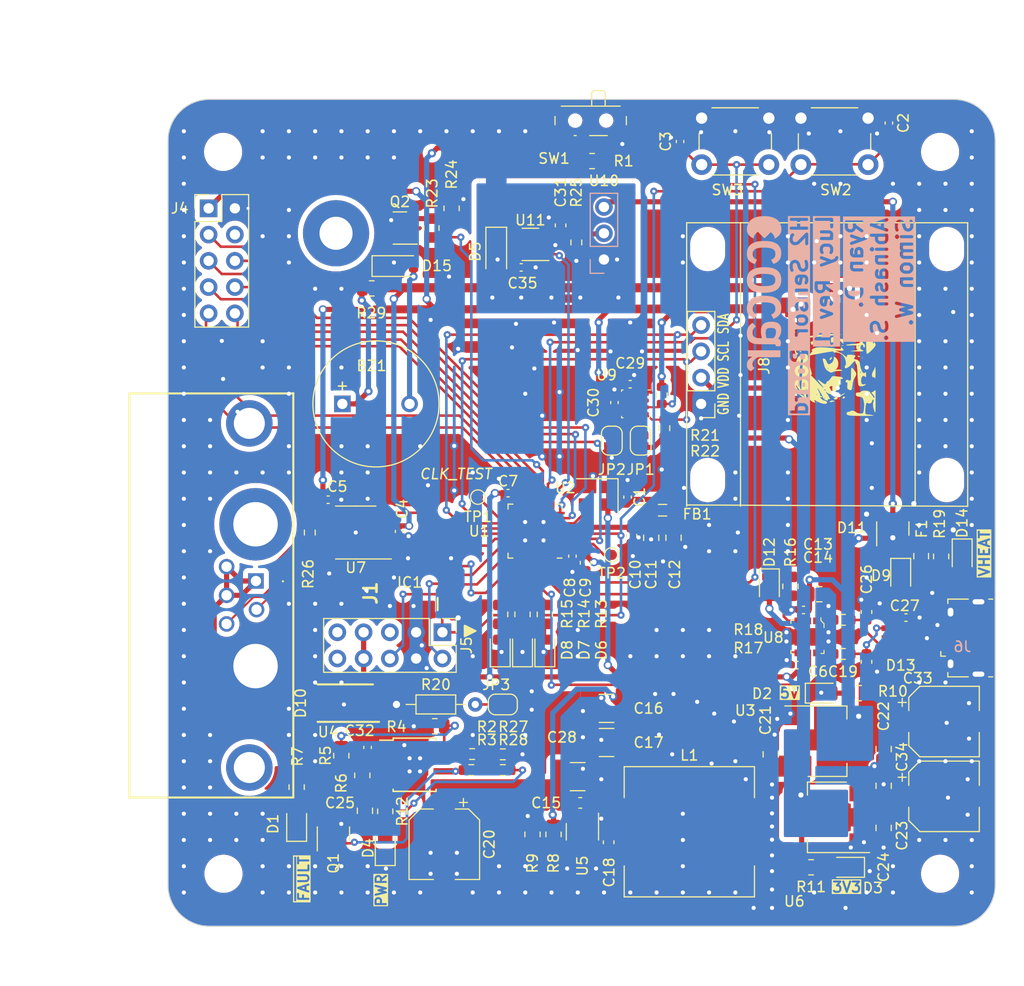
<source format=kicad_pcb>
(kicad_pcb (version 20240108) (generator "pcbnew") (generator_version "8.0")
  (layers (0 "F.Cu" signal) (31 "B.Cu" signal) (34 "B.Paste" user) (35 "F.Paste" user) (36 "B.SilkS" user "B.Silkscreen") (37 "F.SilkS" user "F.Silkscreen") (38 "B.Mask" user) (39 "F.Mask" user) (44 "Edge.Cuts" user))
  (net 0 "")
  (net 1 "GND")
  (net 2 "+3V3")
  (net 3 "/NRST")
  (net 4 "/TARE")
  (net 5 "+5V")
  (net 6 "+3.3VA")
  (net 7 "Net-(U1-PA8)")
  (net 8 "+12V")
  (net 9 "/Power/7V")
  (net 10 "/Power/SW")
  (net 11 "Net-(U5-BST)")
  (net 12 "Net-(C19-Pad2)")
  (net 13 "Net-(C26-Pad2)")
  (net 14 "VBUS_UP")
  (net 15 "Net-(D1-K)")
  (net 16 "Net-(D1-A)")
  (net 17 "Net-(D2-A)")
  (net 18 "Net-(D3-A)")
  (net 19 "Net-(D4-A)")
  (net 20 "Net-(D6-A)")
  (net 21 "Net-(D7-A)")
  (net 22 "Net-(D8-A)")
  (net 23 "Net-(D9-K)")
  (net 24 "/GPIO7")
  (net 25 "V_HEAT")
  (net 26 "Net-(U10-V_HEAT)")
  (net 27 "Net-(D12-K)")
  (net 28 "Net-(D14-A)")
  (net 29 "/DEBUG_SWDIO")
  (net 30 "/DEBUG_SWCLK")
  (net 32 "/CD-")
  (net 33 "/CD+")
  (net 34 "/12volts_sys")
  (net 35 "unconnected-(J1-Pad1)")
  (net 36 "Net-(SW1-B)")
  (net 37 "/BOOT0")
  (net 38 "/Power/I_{MON}")
  (net 39 "/Power/~{FAULT}")
  (net 40 "Net-(U4-OVLO)")
  (net 41 "Net-(U4-EN{slash}UVLO)")
  (net 42 "/Power/FB")
  (net 43 "/GPLED3")
  (net 44 "/GPLED2")
  (net 45 "/GPLED1")
  (net 46 "Net-(U8-CBUS0)")
  (net 47 "Net-(U8-USBDP)")
  (net 48 "Net-(U8-USBDM)")
  (net 49 "/GPIO8")
  (net 50 "/CAN_STBY")
  (net 51 "/XCLK")
  (net 52 "/UART_TX")
  (net 53 "/UART_RX")
  (net 54 "/GPIO1")
  (net 55 "/GPIO2")
  (net 56 "/GPIO9")
  (net 57 "/CAN_RX")
  (net 58 "/CAN_TX")
  (net 59 "/GPIO3")
  (net 60 "/GPIO4")
  (net 61 "/H2_SENSE")
  (net 62 "/SCL")
  (net 63 "/SDA")
  (net 64 "Net-(J6-D+)")
  (net 65 "Net-(J6-D-)")
  (net 68 "/Sensors/V_SENSE")
  (net 70 "/Sensors/ADDR")
  (net 72 "Net-(JP3-A)")
  (net 74 "Net-(BZ1-+)")
  (net 76 "Net-(U4-dV{slash}dT)")
  (net 77 "Net-(Q2-G)")
  (net 78 "/BEEPER")
  (net 79 "GNDA")
  (net 80 "Net-(R27-Pad2)")
  (net 81 "Net-(BZ1--)")
  (net 86 "Net-(U1-PC14)")
  (footprint "Capacitor_SMD:C_0402_1005Metric" (layer "F.Cu") (at 120.523 107.95)
    (property "Reference" "C7")
    (property "Value" "100n")
  )
  (footprint "digikey-footprints:DFN-12-1EP_3x3mm" (layer "F.Cu") (at 149.479 121.859 180)
    (property "Reference" "U8")
    (property "Value" "FT234XD-R")
  )
  (footprint "Capacitor_SMD:C_0402_1005Metric" (layer "F.Cu") (at 132.334 97.409)
    (property "Reference" "C29")
    (property "Value" "100n")
  )
  (footprint "Capacitor_SMD:C_0805_2012Metric" (layer "F.Cu") (at 156.845 132.715 -90)
    (property "Reference" "C22")
    (property "Value" "22u")
  )
  (footprint "Capacitor_SMD:C_0603_1608Metric" (layer "F.Cu") (at 130.252 141.732 -90)
    (property "Reference" "C18")
    (property "Value" "100n")
  )
  (footprint "Capacitor_SMD:C_0805_2012Metric" (layer "F.Cu") (at 156.845 136.271 90)
    (property "Reference" "C23")
    (property "Value" "10u")
  )
  (footprint "Resistor_SMD:R_0603_1608Metric" (layer "F.Cu") (at 116.967 134.747)
    (property "Reference" "R3")
    (property "Value" "4k7")
  )
  (footprint "Resistor_SMD:R_0603_1608Metric" (layer "F.Cu") (at 117.0432 133.1976)
    (property "Reference" "R2")
    (property "Value" "620R")
  )
  (footprint "Resistor_SMD:R_0805_2012Metric" (layer "F.Cu") (at 104.394 133.35 90)
    (property "Reference" "R5")
    (property "Value" "23k7")
  )
  (footprint "Capacitor_SMD:C_0603_1608Metric" (layer "F.Cu") (at 127.508 137.922)
    (property "Reference" "C15")
    (property "Value" "100n")
  )
  (footprint "Capacitor_SMD:C_0805_2012Metric" (layer "F.Cu") (at 156.845 140.344 -90)
    (property "Reference" "C24")
    (property "Value" "22u")
  )
  (footprint "SYM&FOOT:DIOM5436X265N" (layer "F.Cu") (at 104.775 128.27 180)
    (property "Reference" "D10")
    (property "Value" "SMLVT3V3" (hide yes))
  )
  (footprint "Capacitor_SMD:C_0805_2012Metric" (layer "F.Cu") (at 150.622 117.729)
    (property "Reference" "C13")
    (property "Value" "4u7")
  )
  (footprint "Package_DFN_QFN:QFN-32-1EP_5x5mm_P0.5mm_EP3.45x3.45mm" (layer "F.Cu") (at 123.131 111.623 180)
    (property "Reference" "U1")
    (property "Value" "STM32L432KCU6")
  )
  (footprint "MountingHole:MountingHole_3.2mm_M3" (layer "F.Cu") (at 162.306 144.78)
    (property "Reference" "H3" (hide yes))
    (property "Value" "MountingHole")
  )
  (footprint "Resistor_SMD:R_0603_1608Metric" (layer "F.Cu") (at 120.015 133.223 180)
    (property "Reference" "R27")
    (property "Value" "30k")
  )
  (footprint "Resistor_SMD:R_0805_2012Metric" (layer "F.Cu") (at 115.062 80.391 90)
    (property "Reference" "R24")
    (property "Value" "10k")
  )
  (footprint "Resistor_SMD:R_0603_1608Metric" (layer "F.Cu") (at 127.127 83.693 90)
    (property "Reference" "R25")
    (property "Value" "4k7")
  )
  (footprint "Capacitor_SMD:C_1210_3225Metric" (layer "F.Cu") (at 127.254 135.382)
    (property "Reference" "C28")
    (property "Value" "10u")
  )
  (footprint "Resistor_SMD:R_0805_2012Metric" (layer "F.Cu") (at 100.076 136.398 -90)
    (property "Reference" "R7")
    (property "Value" "2k")
  )
  (footprint "Package_SO:SOIC-8_3.9x4.9mm_P1.27mm" (layer "F.Cu") (at 105.791 111.76 180)
    (property "Reference" "U7")
    (property "Value" "MCP2542FD-E/SN")
  )
  (footprint "Jumper:SolderJumper-2_P1.3mm_Bridged_RoundedPad1.0x1.5mm" (layer "F.Cu") (at 133.35 102.87 -90)
    (property "Reference" "JP1")
    (property "Value" "Slave Address LSB 1")
  )
  (footprint "Inductor_SMD:L_0805_2012Metric" (layer "F.Cu") (at 135.4625 109.601)
    (property "Reference" "FB1")
    (property "Value" "300R")
  )
  (footprint "LOGO" (layer "F.Cu") (at 152.019 96.52 90)
    (property "Reference" "G***" (hide yes))
    (property "Value" "LOGO" (hide yes))
  )
  (footprint "Capacitor_SMD:C_0402_1005Metric" (layer "F.Cu") (at 126.746 114.046 -90)
    (property "Reference" "C8")
    (property "Value" "100n")
  )
  (footprint "Resistor_SMD:R_0805_2012Metric" (layer "F.Cu") (at 106.426 135.255 -90)
    (property "Reference" "R6")
    (property "Value" "511k")
  )
  (footprint "Resistor_SMD:R_0805_2012Metric" (layer "F.Cu") (at 147.828 116.967 90)
    (property "Reference" "R16")
    (property "Value" "220R")
  )
  (footprint "Package_SO:TI_SO-PowerPAD-8" (layer "F.Cu") (at 111.484 134.23)
    (property "Reference" "U4")
    (property "Value" "TPS2596")
  )
  (footprint "Capacitor_SMD:C_0402_1005Metric" (layer "F.Cu") (at 137.16 73.927 -90)
    (property "Reference" "C3")
    (property "Value" "100n")
  )
  (footprint "Capacitor_SMD:C_0402_1005Metric" (layer "F.Cu") (at 103.124 108.585 180)
    (property "Reference" "C5")
    (property "Value" "100n")
  )
  (footprint "Capacitor_SMD:C_0603_1608Metric" (layer "F.Cu") (at 155.187 119.446 -90)
    (property "Reference" "C26")
    (property "Value" "47p")
  )
  (footprint "Package_LGA:Bosch_LGA-8_2.5x2.5mm_P0.65mm_ClockwisePinNumbering" (layer "F.Cu") (at 132.851 99.314 -90)
    (property "Reference" "U9")
    (property "Value" "BME280")
  )
  (footprint "Resistor_SMD:R_0805_2012Metric" (layer "F.Cu") (at 162.4076 114.0715 -90)
    (property "Reference" "R19")
    (property "Value" "560R")
  )
  (footprint "MountingHole:MountingHole_3.2mm_M3" (layer "F.Cu") (at 162.306 74.93)
    (property "Reference" "H2" (hide yes))
    (property "Value" "MountingHole")
  )
  (footprint "Jumper:SolderJumper-2_P1.3mm_Bridged_RoundedPad1.0x1.5mm" (layer "F.Cu") (at 120.015 128.397)
    (property "Reference" "JP3")
    (property "Value" "MAX CURRENT")
  )
  (footprint "LED_SMD:LED_0805_2012Metric" (layer "F.Cu") (at 150.9595 127.305)
    (property "Reference" "D2")
    (property "Value" "BLUE")
  )
  (footprint "Capacitor_SMD:C_0603_1608Metric" (layer "F.Cu") (at 125.603 82.042 90)
    (property "Reference" "C31")
    (property "Value" "100n")
  )
  (footprint "SYM&FOOT:SOT23-6L_STM" (layer "F.Cu") (at 158.496 121.9708 180)
    (property "Reference" "D13")
    (property "Value" "USBLC6-2SC6")
  )
  (footprint "TestPoint:TestPoint_Pad_D1.0mm" (layer "F.Cu") (at 130.556 113.919)
    (property "Reference" "TP2")
    (property "Value" "GPTP")
  )
  (footprint "Resistor_SMD:R_0805_2012Metric" (layer "F.Cu") (at 113.1085 82.296 -90)
    (property "Reference" "R23")
    (property "Value" "10R")
  )
  (footprint "Package_TO_SOT_SMD:SOT-23" (layer "F.Cu") (at 157.734 111.376 90)
    (property "Reference" "D11")
    (property "Value" "BAT54C")
  )
  (footprint "Resistor_SMD:R_0805_2012Metric" (layer "F.Cu") (at 122.886 140.97 -90)
    (property "Reference" "R9")
    (property "Value" "6k2")
  )
  (footprint "LED_SMD:LED_0805_2012Metric" (layer "F.Cu") (at 164.4396 114.0715 -90)
    (property "Reference" "D14")
    (property "Value" "BLUE")
  )
  (footprint "SYM&FOOT:Display_128x64_096_I2C" (layer "F.Cu") (at 139.192 95.504 90)
    (property "Reference" "J8")
    (property "Value" "OLED")
  )
  (footprint "Capacitor_SMD:C_0603_1608Metric" (layer "F.Cu") (at 132.461 112.08 -90)
    (property "Reference" "C10")
    (property "Value" "10u")
  )
  (footprint "Resistor_SMD:R_0603_1608Metric" (layer "F.Cu") (at 135.382 98.489 -90)
    (property "Reference" "R21")
    (property "Value" "4k7")
  )
  (footprint "Button_Switch_THT:SW_PUSH_6mm_H5mm" (layer "F.Cu") (at 148.844 71.664)
    (property "Reference" "SW2")
    (property "Value" "RESET")
  )
  (footprint "Capacitor_SMD:C_1210_3225Metric" (layer "F.Cu") (at 130.048 128.778 180)
    (property "Reference" "C16")
    (property "Value" "22u")
  )
  (footprint "Connector_PinHeader_2.54mm:PinHeader_2x05_P2.54mm_Vertical" (layer "F.Cu") (at 91.562 80.391)
    (property "Reference" "J4")
    (property "Value" "GPIO")
  )
  (footprint "Package_TO_SOT_SMD:SOT-23" (layer "F.Cu") (at 110.0605 82.296 180)
    (property "Reference" "Q2")
    (property "Value" "NMOS IRLML2502TRPBF")
  )
  (footprint "Resistor_SMD:R_0805_2012Metric" (layer "F.Cu") (at 119.761 119.6825 90)
    (property "Reference" "R15")
    (property "Value" "220R")
  )
  (footprint "Resistor_SMD:R_0603_1608Metric" (layer "F.Cu") (at 120.015 134.747 180)
    (property "Reference" "R28")
    (property "Value" "47k")
  )
  (footprint "Capacitor_SMD:C_0402_1005Metric" (layer "F.Cu") (at 109.982 111.6584 90)
    (property "Reference" "C4")
    (property "Value" "100n")
  )
  (footprint "Capacitor_SMD:C_0805_2012Metric" (layer "F.Cu") (at 106.68 138.684 -90)
    (property "Reference" "C25")
    (property "Value" "100n")
  )
  (footprint "Capacitor_SMD:CP_Elec_6.3x5.9" (layer "F.Cu") (at 114.3565 141.925 -90)
    (property "Reference" "C20")
    (property "Value" "100u")
  )
  (footprint "MountingHole:MountingHole_3.2mm_M3" (layer "F.Cu") (at 92.964 74.93)
    (property "Reference" "H1" (hide yes))
    (property "Value" "MountingHole")
  )
  (footprint "Resistor_SMD:R_0805_2012Metric" (layer "F.Cu") (at 149.83 144.154)
    (property "Reference" "R11")
    (property "Value" "220R")
  )
  (footprint "LED_SMD:LED_0805_2012Metric" (layer "F.Cu") (at 119.761 123.063 90)
    (property "Reference" "D8")
    (property "Value" "AMBER")
  )
  (footprint "Resistor_SMD:R_0805_2012Metric" (layer "F.Cu") (at 154.467 127.305 180)
    (property "Reference" "R10")
    (property "Value" "560R")
  )
  (footprint "Capacitor_SMD:C_0402_1005Metric" (layer "F.Cu") (at 132.08 108.331 -90)
    (property "Reference" "C1")
    (property "Value" "100n")
  )
  (footprint "Capacitor_SMD:C_0402_1005Metric" (layer "F.Cu") (at 149.098 119.253 180)
    (property "Reference" "C14")
    (property "Value" "100n")
  )
  (footprint "Button_Switch_SMD:SW_SPDT_PCM12" (layer "F.Cu") (at 128.512 72.23 180)
    (property "Reference" "SW1")
    (property "Value" "SW_SPDT")
  )
  (footprint "Capacitor_SMD:C_0402_1005Metric" (layer "F.Cu") (at 121.793 86.106)
    (property "Reference" "C35")
    (property "Value" "100n")
  )
  (footprint "Fuse:Fuse_0805_2012Metric" (layer "F.Cu") (at 160.4772 114.046 90)
    (property "Reference" "F1")
    (property "Value" "500mA")
  )
  (footprint "Capacitor_SMD:C_0805_2012Metric" (layer "F.Cu") (at 145.923 133.223 90)
    (property "Reference" "C21")
    (property "Value" "10u")
  )
  (footprint "Button_Switch_THT:SW_PUSH_6mm_H5mm" (layer "F.Cu") (at 139.244 71.664)
    (property "Reference" "SW3")
    (property "Value" "TARE")
  )
  (footprint "Capacitor_SMD:C_0402_1005Metric" (layer "F.Cu") (at 159.004 119.9896 180)
    (property "Reference" "C27")
    (property "Value" "100n")
  )
  (footprint "MountingHole:MountingHole_3.2mm_M3" (layer "F.Cu") (at 93 144.78)
    (property "Reference" "H4" (hide yes))
    (property "Value" "MountingHole")
  )
  (footprint "SYM&FOOT:SOT65P210X110-5N" (layer "F.Cu") (at 114.808 117.729 90)
    (property "Reference" "IC1")
    (property "Value" "ESDALC6V1W5" (hide yes))
  )
  (footprint "Crystal:Crystal_SMD_3225-4Pin_3.2x2.5mm" (layer "F.Cu") (at 129.159 108.204 180)
    (property "Reference" "U2")
    (property "Value" "8MHz")
  )
  (footprint "Inductor_SMD:L_12x12mm_H8mm" (layer "F.Cu") (at 138.052 140.716)
    (property "Reference" "L1")
    (property "Value" "3u8")
  )
  (footprint "Buzzer_Beeper:MagneticBuzzer_ProSignal_ABT-410-RC" (layer "F.Cu") (at 104.498 99.314)
    (property "Reference" "BZ1")
    (property "Value" "Buzzer")
  )
  (footprint "Connector_USB:USB_Micro-B_Amphenol_10118194_Horizontal" (layer "F.Cu") (at 164.715 121.965 90)
    (property "Reference" "J6")
    (property "Value" "USB_B_Micro")
  )
  (footprint "LED_SMD:LED_0805_2012Metric" (layer "F.Cu") (at 153.3075 144.154 180)
    (property "Reference" "D3")
    (property "Value" "BLUE")
  )
  (footprint "Capacitor_SMD:C_0805_2012Metric" (layer "F.Cu") (at 134.366 112.268 -90)
    (property "Reference" "C11")
    (property "Value" "1u")
  )
  (footprint "Package_TO_SOT_SMD:SOT-223-3_TabPin2" (layer "F.Cu") (at 151.384 131.953)
    (property "Reference" "U3")
    (property "Value" "AZ1117IH-5.0")
  )
  (footprint "Package_TO_SOT_SMD:SOT-23" (layer "F.Cu") (at 103.632 140.8915 90)
    (property "Reference" "Q1")
    (property "Value" "NMOS")
  )
  (footprint "Capacitor_SMD:C_0402_1005Metric" (layer "F.Cu") (at 148.463 124.587 180)
    (property "Reference" "C6")
    (property "Value" "100n")
  )
  (footprint "Capacitor_SMD:C_0402_1005Metric" (layer "F.Cu") (at 157.353 72.136 -90)
    (property "Reference" "C2")
    (property "Value" "100n")
  )
  (footprint "Resistor_SMD:R_0603_1608Metric" (layer "F.Cu") (at 152.901 120.208)
    (property "Reference" "R18")
    (property "Value" "27R")
  )
  (footprint "Resistor_SMD:R_0805_2012Metric" (layer "F.Cu") (at 124.079 119.6825 90)
    (property "Reference" "R13")
    (property "Value" "220R")
  )
  (footprint "Resistor_SMD:R_0805_2012Metric" (layer "F.Cu") (at 128.651 75.819)
    (property "Reference" "R1")
    (property "Value" "10k")
  )
  (footprint "Capacitor_SMD:C_0402_1005Metric" (layer "F.Cu") (at 130.81 99.187 90)
    (property "Reference" "C30")
    (property "Value" "100n")
  )
  (footprint "Jumper:SolderJumper-2_P1.3mm_Open_RoundedPad1.0x1.5mm" (layer "F.Cu") (at 130.556 102.87 -90)
    (property "Reference" "JP2")
    (property "Value" "Slave Address LSB 0")
  )
  (footprint "Resistor_SMD:R_0805_2012Metric" (layer "F.Cu") (at 113.4364 130.5052 180)
    (property "Reference" "R4")
    (property "Value" "47k")
  )
  (footprint "LED_SMD:LED_0805_2012Metric" (layer "F.Cu") (at 108.6415 142.3 90)
    (property "Reference" "D4")
    (property "Value" "BLUE")
  )
  (footprint "Capacitor_SMD:C_0603_1608Metric" (layer "F.Cu") (at 155.187 124.272 90)
    (property "Reference" "C19")
    (property "Value" "47p")
  )
  (footprint "Resistor_SMD:R_0603_1608Metric" (layer "F.Cu") (at 135.636 101.663 90)
    (property "Reference" "R22")
    (property "Value" "4k7")
  )
  (footprint "LED_SMD:LED_0805_2012Metric" (layer "F.Cu") (at 145.796 116.967 -90)
    (property "Reference" "D12")
    (property "Value" "AMBER")
  )
  (footprint "Resistor_THT:R_Axial_DIN0204_L3.6mm_D1.6mm_P7.62mm_Horizontal" (layer "F.Cu") (at 109.728 128.397)
    (property "Reference" "R20")
    (property "Value" "R")
  )
  (footprint "Capacitor_SMD:C_0603_1608Metric" (layer "F.Cu") (at 128.016 114.681 -90)
    (property "Reference" "C9")
    (property "Value" "10u")
  )
  (footprint "Diode_SMD:D_SOD-123" (layer "F.Cu") (at 119.38 84.582 -90)
    (property "Reference" "D5")
    (property "Value" "MMSZ5226B-7-F")
  )
  (footprint "Capacitor_SMD:C_0402_1005Metric" (layer "F.Cu") (at 106.934 132.56 90)
    (property "Reference" "C32")
    (property "Value" "2n2")
  )
  (footprint "Capacitor_SMD:CP_Elec_6.3x5.9" (layer "F.Cu") (at 162.687 137.287)
    (property "Reference" "C34")
    (property "Value" "22u")
  )
  (footprint "LED_SMD:LED_0805_2012Metric" (layer "F.Cu") (at 121.92 123.063 90)
    (property "Reference" "D7")
    (property "Value" "RED")
  )
  (footprint "Resistor_SMD:R_0805_2012Metric" (layer "F.Cu") (at 121.92 119.6825 90)
    (property "Reference" "R14")
    (property "Value" "220R")
  )
  (footprint "Resistor_SMD:R_0805_2012Metric" (layer "F.Cu") (at 124.918 140.97 -90)
    (property "Reference" "R8")
    (property "Value" "47k")
  )
  (footprint "LED_SMD:LED_0805_2012Metric" (layer "F.Cu") (at 100.076 139.954 90)
    (property "Reference" "D1")
    (property "Value" "GREEN")
  )
  (footprint "Resistor_SMD:R_0805_2012Metric" (layer "F.Cu") (at 107.3385 88.138 180)
    (property "Reference" "R29")
    (property "Value" "1k")
  )
  (footprint "Diode_SMD:D_SOD-123" (layer "F.Cu") (at 109.728 85.979)
    (property "Reference" "D15")
    (property "Value" "BAV16W/1N4148W")
  )
  (footprint "Connector_PinHeader_2.54mm:PinHeader_2x05_P2.54mm_Vertical" (layer "F.Cu") (at 114.173 121.412 -90)
    (property "Reference" "J5")
    (property "Value" "Conn_02x05_Top_Bottom")
  )
  (footprint "Resistor_SMD:R_0805_2012Metric" (layer "F.Cu") (at 108.6415 138.744 -90)
    (property "Reference" "R12")
    (property "Value" "2k")
  )
  (footprint "SYM&FOOT:H2_Sensor_Daughter_Board_Rev_1" (layer "F.Cu") (at 129.794 82.804 180)
    (property "Reference" "U10")
    (property "Value" "~")
  )
  (footprint "Capacitor_SMD:CP_Elec_6.3x5.9" (layer "F.Cu") (at 162.687 130.048)
    (property "Reference" "C33")
    (property "Value" "22u")
  )
  (footprint "Package_TO_SOT_SMD:TSOT-23-5" (layer "F.Cu") (at 122.6765 83.881 180)
    (property "Reference" "U11")
    (property "Value" "AD8603")
  )
  (footprint "LED_SMD:LED_0805_2012Metric" (layer "F.Cu") (at 124.079 123.063 90)
    (property "Reference" "D6")
    (property "Value" "GREEN")
  )
  (footprint "Capacitor_SMD:C_1210_3225Metric" (layer "F.Cu") (at 130.048 132.08 180)
    (property "Reference" "C17")
    (property "Value" "22u")
  )
  (footprint "Package_TO_SOT_SMD:SOT-223-3_TabPin2" (layer "F.Cu") (at 151.384 139.319 180)
    (property "Reference" "U6")
    (property "Value" "AZ1117IH-3.3")
  )
  (footprint "TestPoint:TestPoint_Pad_D1.0mm" (layer "F.Cu") (at 117.602 108.331)
    (property "Reference" "TP1")
    (property "Value" "MCO")
  )
  (footprint "Resistor_SMD:R_0603_1608Metric" (layer "F.Cu") (at 152.901 123.51)
    (property "Reference" "R17")
    (property "Value" "27R")
  )
  (footprint "Capacitor_SMD:C_0805_2012Metric" (layer "F.Cu") (at 136.525 112.268 -90)
    (property "Reference" "C12")
    (property "Value" "1u")
  )
  (footprint "Package_TO_SOT_SMD:TSOT-23-6" (layer "F.Cu") (at 127.712 140.716 -90)
    (property "Reference" "U5")
    (property "Value" "AP62250")
  )
  (footprint "ecocad_lib_footprints:DB7W2-30A" (layer "F.Cu") (at 94.544 117.823 -90)
    (property "Reference" "J1")
    (property "Value" "~" (hide yes))
  )
  (footprint "Resistor_SMD:R_0603_1608Metric" (layer "F.Cu") (at 101.346 111.76 90)
    (property "Reference" "R26")
    (property "Value" "120R")
  )
  (footprint "Diode_SMD:D_0805_2012Metric" (layer "F.Cu") (at 158.496 115.948 -90)
    (property "Reference" "D9")
    (property "Value" "D_Schottky")
  )
  (footprint "LOGO" (layer "B.Cu") (at 145.288 88.646 -90)
    (property "Reference" "G***" (hide yes))
    (property "Value" "LOGO" (hide yes))
  )
  (footprint "NetTie:NetTie-2_SMD_Pad2.0mm" (layer "B.Cu") (at 119.38 78.2 90)
    (property "Reference" "NT1" (hide yes))
    (property "Value" "NetTie_2" (hide yes))
  )
  (gr_poly (pts (xy 116.332 120.777) (xy 117.348 121.285) (xy 116.332 121.793)) (stroke (width 0.2)) (fill solid) (layer "F.SilkS"))
  (gr_line (start 91.63 149.86) (end 163.64 149.86) (stroke (width 0.1)) (layer "Edge.Cuts"))
  (gr_line (start 163.64 69.85) (end 91.63 69.85) (stroke (width 0.1)) (layer "Edge.Cuts"))
  (gr_arc (start 91.63 149.86) (mid 88.801573 148.688427) (end 87.63 145.86) (stroke (width 0.1)) (layer "Edge.Cuts"))
  (gr_line (start 167.64 145.86) (end 167.64 73.85) (stroke (width 0.1)) (layer "Edge.Cuts"))
  (gr_arc (start 87.63 73.85) (mid 88.801573 71.021573) (end 91.63 69.85) (stroke (width 0.1)) (layer "Edge.Cuts"))
  (gr_arc (start 163.64 69.85) (mid 166.468427 71.021573) (end 167.64 73.85) (stroke (width 0.1)) (layer "Edge.Cuts"))
  (gr_line (start 87.63 73.85) (end 87.63 145.86) (stroke (width 0.1)) (layer "Edge.Cuts"))
  (gr_arc (start 167.64 145.86) (mid 166.468427 148.688427) (end 163.64 149.86) (stroke (width 0.1)) (layer "Edge.Cuts"))
  (gr_text "Lucy Rev 1" (at 152.019 80.899 90) (layer "B.SilkS" knockout) (effects (font (size 1.5 1.5) (thickness 0.3) (bold yes)) (justify left bottom mirror)))
  (gr_text "H2 Sensor Board" (at 149.606 80.899 90) (layer "B.SilkS" knockout) (effects (font (size 1.5 1.5) (thickness 0.3) (bold yes)) (justify left bottom mirror)))
  (gr_text "Ryan D.\nAbinash S.\nSimon W." (at 159.766 81.153 90) (layer "B.SilkS" knockout) (effects (font (size 1.5 1.5) (thickness 0.3) (bold yes)) (justify left bottom mirror)))
  (gr_text "VHEAT" (at 167.1828 116.1288 90) (layer "F.SilkS" knockout) (effects (font (size 1 1) (thickness 0.2) (bold yes)) (justify left bottom)))
  (gr_text "PWR" (at 108.839 148.082 90) (layer "F.SilkS" knockout) (effects (font (size 1 1) (thickness 0.2) (bold yes)) (justify left bottom)))
  (gr_text "5V" (at 146.685 127.889 0) (layer "F.SilkS" knockout) (effects (font (size 1 1) (thickness 0.2) (bold yes)) (justify left bottom)))
  (gr_text "CLK_TEST" (at 111.887 106.68 0) (layer "F.SilkS") (effects (font (size 1 1) (thickness 0.15) (italic yes)) (justify left bottom)))
  (gr_text "3V3" (at 151.765 146.6596 0) (layer "F.SilkS" knockout) (effects (font (size 1 1) (thickness 0.2) (bold yes)) (justify left bottom)))
  (gr_text "~{FAULT}" (at 101.346 147.574 90) (layer "F.SilkS" knockout) (effects (font (size 1 1) (thickness 0.2) (bold yes)) (justify left bottom)))
  (segment (start 166.015 119.065) (end 166.015 120.965) (width 0.5) (layer "F.Cu") (net 1))
  (segment (start 153.67 142.24) (end 154.291 141.619) (width 0.5) (layer "F.Cu") (net 1))
  (segment (start 94.102 80.391) (end 95.377 80.391) (width 0.5) (layer "F.Cu") (net 1))
  (segment (start 133.142702 112.23245) (end 133.08355 112.23245) (width 0.5) (layer "F.Cu") (net 1))
  (segment (start 111.633 122.1365) (end 112.1785 122.682) (width 0.5) (layer "F.Cu") (net 1))
  (segment (start 149.926 121.412) (end 149.479 121.859) (width 0.5) (layer "F.Cu") (net 1))
  (segment (start 123.952 123.8735) (end 124.079 124.0005) (width 0.5) (layer "F.Cu") (net 1))
  (segment (start 120.84 133.223) (end 121.92 133.223) (width 0.254) (layer "F.Cu") (net 1))
  (segment (start 132.715 96.52) (end 132.715 97.31) (width 0.5) (layer "F.Cu") (net 1))
  (segment (start 154.686 118.2635) (end 155.0935 118.671) (width 0.5) (layer "F.Cu") (net 1))
  (segment (start 157.256 71.664) (end 148.844 71.664) (width 0.5) (layer "F.Cu") (net 1))
  (segment (start 145.923 131.699) (end 146.304 131.318) (width 0.5) (layer "F.Cu") (net 1))
  (segment (start 165.615 119.465) (end 166.015 119.065) (width 0.5) (layer "F.Cu") (net 1))
  (segment (start 163.315 124.465) (end 165.615 124.465) (width 0.5) (layer "F.Cu") (net 1))
  (segment (start 155.956 134.366) (end 156.144 134.366) (width 0.5) (layer "F.Cu") (net 1))
  (segment (start 132.814 97.409) (end 133.694 98.289) (width 0.5) (layer "F.Cu") (net 1))
  (segment (start 160.3248 119.9896) (end 159.484 119.9896) (width 0.5) (layer "F.Cu") (net 1))
  (segment (start 147.447 122.301) (end 149.037 122.301) (width 0.5) (layer "F.Cu") (net 1))
  (segment (start 115.094 120.015) (end 114.808 119.729) (width 0.5) (layer "F.Cu") (net 1))
  (segment (start 154.647 141.732) (end 154.94 141.732) (width 0.5) (layer "F.Cu") (net 1))
  (segment (start 121.031 108.910501) (end 121.305999 109.1855) (width 0.5) (layer "F.Cu") (net 1))
  (segment (start 128.662 139.5785) (end 129.4075 139.5785) (width 0.5) (layer "F.Cu") (net 1))
  (segment (start 115.697 120.015) (end 115.094 120.015) (width 0.5) (layer "F.Cu") (net 1))
  (segment (start 109.123 82.296) (end 109.123 81.631) (width 0.5) (layer "F.Cu") (net 1))
  (segment (start 139.192 100.711) (end 139.192 99.314) (width 0.5) (layer "F.Cu") (net 1))
  (segment (start 104.521 128.27) (end 104.648 128.397) (width 0.5) (layer "F.Cu") (net 1))
  (segment (start 147.501743 124.105743) (end 147.983 124.587) (width 0.5) (layer "F.Cu") (net 1))
  (segment (start 104.394 108.585) (end 103.604 108.585) (width 0.5) (layer "F.Cu") (net 1))
  (segment (start 154.94 143.459) (end 154.245 144.154) (width 0.5) (layer "F.Cu") (net 1))
  (segment (start 148.618 119.253) (end 147.9175 119.253) (width 0.2) (layer "F.Cu") (net 1))
  (segment (start 151.511 122.301) (end 149.921 122.301) (width 0.5) (layer "F.Cu") (net 1))
  (segment (start 130.762 73.66) (end 131.27 74.168) (width 0.5) (layer "F.Cu") (net 1))
  (segment (start 109.601 128.27) (end 109.728 128.397) (width 0.5) (layer "F.Cu") (net 1))
  (segment (start 121.003 107.95) (end 121.003 107.765614) (width 0.5) (layer "F.Cu") (net 1))
  (segment (start 128.573 128.778) (end 128.016 128.778) (width 0.5) (layer "F.Cu") (net 1))
  (segment (start 139.192 71.716) (end 139.244 71.664) (width 0.5) (layer "F.Cu") (net 1))
  (segment (start 165.487 130.048) (end 163.068 130.048) (width 0.5) (layer "F.Cu") (net 1))
  (segment (start 159.858451 121.9708) (end 159.873651 121.986) (width 0.5) (layer "F.Cu") (net 1))
  (segment (start 165.487 137.287) (end 163.195 137.287) (width 0.5) (layer "F.Cu") (net 1))
  (segment (start 134.356195 112.4175) (end 134.356195 113.208195) (width 0.5) (layer "F.Cu") (net 1))
  (segment (start 155.0935 118.671) (end 155.187 118.671) (width 0.5) (layer "F.Cu") (net 1))
  (segment (start 128.016 115.456) (end 126.86 115.456) (width 0.5) (layer "F.Cu") (net 1))
  (segment (start 128.524 135.382) (end 127.762 134.62) (width 0.5) (layer "F.Cu") (net 1))
  (segment (start 156.845 141.294) (end 154.859 141.294) (width 0.5) (layer "F.Cu") (net 1))
  (segment (start 128.573 132.08) (end 128.27 132.08) (width 0.5) (layer "F.Cu") (net 1))
  (segment (start 110.49 132.334) (end 110.481 132.325) (width 0.5) (layer "F.Cu") (net 1))
  (segment (start 163.315 119.465) (end 165.615 119.465) (width 0.5) (layer "F.Cu") (net 1))
  (segment (start 111.633 121.412) (end 111.633 122.1365) (width 0.5) (layer "F.Cu") (net 1))
  (segment (start 108.6415 144.2015) (end 108.712 144.272) (width 0.5) (layer "F.Cu") (net 1))
  (segment (start 111.633 123.952) (end 111.7205 123.952) (width 0.5) (layer "F.Cu") (net 1))
  (segment (start 154.859 141.294) (end 154.534 141.619) (width 0.5) (layer "F.Cu") (net 1))
  (segment (start 148.804 119.439) (end 148.804 120.309) (width 0.2) (layer "F.Cu") (net 1))
  (segment (start 121.031 107.978) (end 121.031 108.910501) (width 0.5) (layer "F.Cu") (net 1))
  (segment (start 128.573 132.08) (end 128.729 132.236) (width 0.5) (layer "F.Cu") (net 1))
  (segment (start 156.21 125.222) (end 155.362 125.222) (width 0.5) (layer "F.Cu") (net 1))
  (segment (start 114.3565 144.725) (end 115.515 144.725) (width 0.5) (layer "F.Cu") (net 1))
  (segment (start 130.81 98.707) (end 131.092 98.989) (width 0.254) (layer "F.Cu") (net 1))
  (segment (start 137.461 73.447) (end 139.244 71.664) (width 0.5) (layer "F.Cu") (net 1))
  (segment (start 109.7515 132.325) (end 110.8815 133.455) (width 0.5) (layer "F.Cu") (net 1))
  (segment (start 163.315 120.665) (end 162.096 120.665) (width 0.5) (layer "F.Cu") (net 1))
  (segment (start 109.123 81.631) (end 109.22 81.534) (width 0.5) (layer "F.Cu") (net 1))
  (segment (start 114.3565 144.725) (end 113.085 144.725) (width 0.5) (layer "F.Cu") (net 1))
  (segment (start 149.0315 121.4115) (end 149.479 121.859) (width 0.5) (layer "F.Cu") (net 1))
  (segment (start 130.81 97.917) (end 130.81 98.707) (width 0.5) (layer "F.Cu") (net 1))
  (segment (start 115.062 79.4785) (end 115.0855 79.502) (width 0.5) (layer "F.Cu") (net 1))
  (segment (start 155.126 144.154) (end 155.498 144.526) (width 0.5) (layer "F.Cu") (net 1))
  (segment (start 102.575 128.27) (end 104.521 128.27) (width 0.5) (layer "F.Cu") (net 1))
  (segment (start 148.195 129.653) (end 148.234 129.653) (width 0.5) (layer "F.Cu") (net 1))
  (segment (start 147.467376 124.105743) (end 147.501743 124.105743) (width 0.5) (layer "F.Cu") (net 1))
  (segment (start 128.7255 106.299) (end 128.059 106.9655) (width 0.5) (layer "F.Cu") (net 1))
  (segment (start 108.6415 143.2375) (end 108.6415 144.2015) (width 0.5) (layer "F.Cu") (net 1))
  (segment (start 122.886 139.65) (end 122.428 139.192) (width 0.5) (layer "F.Cu") (net 1))
  (segment (start 166.015 120.965) (end 166.015 122.965) (width 0.5) (layer "F.Cu") (net 1))
  (segment (start 134.356195 113.208195) (end 134.366 113.218) (width 0.5) (layer "F.Cu") (net 1))
  (segment (start 154.534 141.619) (end 154.647 141.732) (width 0.5) (layer "F.Cu") (net 1))
  (segment (start 145.923 132.273) (end 145.923 131.699) (width 0.5) (layer "F.Cu") (net 1))
  (segment (start 156.845 136.1215) (end 156.845 135.321) (width 0.5) (layer "F.Cu") (net 1))
  (segment (start 166.015 122.965) (end 166.015 124.865) (width 0.5) (layer "F.Cu") (net 1))
  (segment (start 148.808 71.664) (end 149.606 72.462) (width 0.5) (layer "F.Cu") (net 1))
  (segment (start 130.556 104.521) (end 130.556 103.52) (width 0.5) (layer "F.Cu") (net 1))
  (segment (start 126.746 114.526) (end 125.3465 114.526) (width 0.5) (layer "F.Cu") (net 1))
  (segment (start 139.192 73.025) (end 139.192 71.716) (width 0.5) (layer "F.Cu") (net 1))
  (segment (start 124.956 114.1355) (end 124.956 114.0605) (width 0.5) (layer "F.Cu") (net 1))
  (segment (start 129.4075 139.5785) (end 129.54 139.446) (width 0.5) (layer "F.Cu") (net 1))
  (segment (start 137.6585 113.157) (end 137.5975 113.218) (width 0.5) (layer "F.Cu") (net 1))
  (segment (start 133.694 98.289) (end 133.876 98.289) (width 0.5) (layer "F.Cu") (net 1))
  (segment (start 122.886 140.0575) (end 122.886 139.65) (width 0.5) (layer "F.Cu") (net 1))
  (segment (start 145.744 72.973) (end 145.796 73.025) (width 0.5) (layer "F.Cu") (net 1))
  (segment (start 119.790386 106.553) (end 119.634 106.553) (width 0.5) (layer "F.Cu") (net 1))
  (segment (start 115.515 144.725) (end 115.57 144.78) (width 0.5) (layer "F.Cu") (net 1))
  (segment (start 132.715 97.31) (end 132.814 97.409) (width 0.5) (layer "F.Cu") (net 1))
  (segment (start 147.32 129.794) (end 147.828 129.286) (width 0.5) (layer "F.Cu") (net 1))
  (segment (start 149.921 122.301) (end 149.479 121.859) (width 0.5) (layer "F.Cu") (net 1))
  (segment (start 150.81 127.254) (end 150.073 127.254) (width 0.5) (layer "F.Cu") (net 1))
  (segment (start 110.481 132.325) (end 108.704 132.325) (width 0.5) (layer "F.Cu") (net 1))
  (segment (start 123.952 123.317) (end 123.952 123.8735) (width 0.5) (layer "F.Cu") (net 1))
  (segment (start 148.804 120.309) (end 148.804 121.184) (width 0.2) (layer "F.Cu") (net 1))
  (segment (start 150.073 127.254) (end 150.022 127.305) (width 0.5) (layer "F.Cu") (net 1))
  (segment (start 156.845 142.24) (end 156.845 141.294) (width 0.5) (layer "F.Cu") (net 1))
  (segment (start 133.08355 112.23245) (end 132.461 112.855) (width 0.5) (layer "F.Cu") (net 1))
  (segment (start 127.086 114.526) (end 128.016 115.456) (width 0.5) (layer "F.Cu") (net 1))
  (segment (start 128.059 106.9655) (end 128.059 107.354) (width 0.5) (layer "F.Cu") (net 1))
  (segment (start 131.092 98.989) (end 131.826 98.989) (width 0.254) (layer "F.Cu") (net 1))
  (segment (start 136.357 73.447) (end 137.461 73.447) (width 0.5) (layer "F.Cu") (net 1))
  (segment (start 137.5975 113.218) (end 136.525 113.218) (width 0.5) (layer "F.Cu") (net 1))
  (segment (start 147.828 129.286) (end 148.195 129.653) (width 0.5) (layer "F.Cu") (net 1))
  (segment (start 136.271 73.533) (end 136.357 73.447) (width 0.5) (layer "F.Cu") (net 1))
  (segment (start 110.0048 112.1156) (end 109.982 112.1384) (width 0.5) (layer "F.Cu") (net 1))
  (segment (start 121.003 107.765614) (end 119.790386 106.553) (width 0.5) (layer "F.Cu") (net 1))
  (segment (start 115.0855 79.502) (end 116.205 79.502) (width 0.5) (layer "F.Cu") (net 1))
  (segment (start 128.729 132.236) (end 128.729 135.382) (width 0.5) (layer "F.Cu") (net 1))
  (segment (start 155.344 71.628) (end 155.344 72.286) (width 0.5) (layer "F.Cu") (net 1))
  (segment (start 128.573 132.08) (end 128.573 128.778) (width 0.5) (layer "F.Cu") (net 1))
  (segment (start 114.808 119.729) (end 114.808 118.679) (width 0.5) (layer "F.Cu") (net 1))
  (segment (start 163.195 137.287) (end 163.068 137.414) (width 0.5) (layer "F.Cu") (net 1))
  (segment (start 126.86 115.456) (end 126.746 115.57) (width 0.5) (layer "F.Cu") (net 1))
  (segment (start 126.746 114.526) (end 127.086 114.526) (width 0.5) (layer "F.Cu") (net 1))
  (segment (start 131.27 74.168) (end 131.572 74.168) (width 0.5) (layer "F.Cu") (net 1))
  (segment (start 119.888 123.317) (end 119.888 123.8735) (width 0.5) (layer "F.Cu") (net 1))
  (segment (start 151.511 118.872) (end 151.572 118.811) (width 0.5) (layer "F.Cu") (net 1))
  (segment (start 145.744 71.664) (end 148.808 71.664) (width 0.5) (layer "F.Cu") (net 1))
  (segment (start 128.729 135.382) (end 128.729 137.476) (width 0.5) (layer "F.Cu") (net 1))
  (segment (start 155.362 125.222) (end 155.187 125.047) (width 0.5) (layer "F.Cu") (net 1))
  (segment (start 156.144 134.366) (end 156.845 133.665) (width 0.5) (layer "F.Cu") (net 1))
  (segment (start 145.744 71.664) (end 145.744 72.973) (width 0.5) (layer "F.Cu") (net 1))
  (segment (start 113.085 144.725) (end 113.03 144.78) (width 0.5) (layer "F.Cu") (net 1))
  (segment (start 128.27 132.08) (end 127.762 131.572) (width 0.5) (layer "F.Cu") (net 1))
  (segment (start 128.016 128.778) (end 127.762 129.032) (width 0.5) (layer "F.Cu") (net 1))
  (segment (start 154.291 141.619) (end 154.534 141.619) (width 0.5) (layer "F.Cu") (net 1))
  (segment (start 128.283 137.922) (end 128.662 138.301) (width 0.5) (layer "F.Cu") (net 1))
  (segment (start 163.068 130.048) (end 162.941 130.175) (width 0.5) (layer "F.Cu") (net 1))
  (segment (start 125.3465 114.526) (end 124.956 114.1355) (width 0.5) (layer "F.Cu") (net 1))
  (segment (start 121.003 107.95) (end 121.031 107.978) (width 0.5) (layer "F.Cu") (net 1))
  (segment (start 110.8964 112.1156) (end 110.0048 112.1156) (width 0.5) (layer "F.Cu") (net 1))
  (segment (start 165.615 124.465) (end 166.015 124.865) (width 0.5) (layer "F.Cu") (net 1))
  (segment (start 146.558 129.794) (end 147.32 129.794) (width 0.5) (layer "F.Cu") (net 1))
  (segment (start 149.606 72.462) (end 149.606 73.152) (width 0.5) (layer "F.Cu") (net 1))
  (segment (start 128.729 137.476) (end 128.283 137.922) (width 0.5) (layer "F.Cu") (net 1))
  (segment (start 121.92 123.317) (end 121.92 124.0005) (width 0.5) (layer "F.Cu") (net 1))
  (segment (start 149.037 122.301) (end 149.479 121.859) (width 0.5) (layer "F.Cu") (net 1))
  (segment (start 162.096 120.665) (end 162.049299 120.711701) (width 0.5) (layer "F.Cu") (net 1))
  (segment (start 111.7205 123.952) (end 112.649 124.8805) (width 0.5) (layer "F.Cu") (net 1))
  (segment (start 159.873651 121.986) (end 161.029 121.986) (width 0.5) (layer "F.Cu") (net 1))
  (segment (start 154.245 144.154) (end 155.126 144.154) (width 0.5) (layer "F.Cu") (net 1))
  (segment (start 151.511 121.412) (end 149.926 121.412) (width 0.5) (layer "F.Cu") (net 1))
  (segment (start 151.572 118.811) (end 151.572 117.729) (width 0.5) (layer "F.Cu") (net 1))
  (segment (start 139.244 71.664) (end 145.744 71.664) (width 0.5) (layer "F.Cu") (net 1))
  (segment (start 154.94 141.732) (end 154.94 143.459) (width 0.5) (layer "F.Cu") (net 1))
  (segment (start 155.344 72.286) (end 156.21 73.152) (width 0.5) (layer "F.Cu") (net 1))
  (segment (start 108.704 132.325) (end 109.7515 132.325) (width 0.5) (layer "F.Cu") (net 1))
  (segment (start 128.662 138.301) (end 128.662 139.5785) (width 0.5) (layer "F.Cu") (net 1))
  (segment (start 106.934 132.08) (end 108.459 132.08) (width 0.5) (layer "F.Cu") (net 1))
  (segment (start 103.632 139.954) (end 104.394 139.954) (width 0.5) (layer "F.Cu") (net 1))
  (segment (start 108.459 132.08) (end 108.704 132.325) (width 0.5) (layer "F.Cu") (net 1))
  (segment (start 132.08 106.68) (end 132.08 107.556) (width 0.5) (layer "F.Cu") (net 1))
  (segment (start 147.447 121.4115) (end 149.0315 121.4115) (width 0.5) (layer "F.Cu") (net 1))
  (segment (start 112.5239 130.5052) (end 111.4044 130.5052) (width 0.5) (layer "F.Cu") (net 1))
  (segment (start 148.618 119.253) (end 148.804 119.439) (width 0.2) (layer "F.Cu") (net 1))
  (segment (start 148.804 121.184) (end 149.479 121.859) (width 0.2) (layer "F.Cu") (net 1))
  (segment (start 119.888 123.8735) (end 119.761 124.0005) (width 0.5) (layer "F.Cu") (net 1))
  (via (at 91.705477 100.87175) (size 0.8) (drill 0.4) (layers "F.Cu" "B.Cu") (net 1))
  (via (at 122.185477 144.05175) (size 0.8) (drill 0.4) (layers "F.Cu" "B.Cu") (net 1))
  (via (at 138.811 128.143) (size 0.8) (drill 0.4) (layers "F.Cu" "B.Cu") (net 1))
  (via (at 137.6585 113.157) (size 0.8) (drill 0.4) (layers "F.Cu" "B.Cu") (net 1))
  (via (at 165.365477 105.95175) (size 0.8) (drill 0.4) (layers "F.Cu" "B.Cu") (net 1))
  (via (at 143.002 96.52) (size 0.8) (drill 0.4) (layers "F.Cu" "B.Cu") (net 1))
  (via (at 106.945477 105.95175) (size 0.8) (drill 0.4) (layers "F.Cu" "B.Cu") (net 1))
  (via (at 126.746 115.57) (size 0.8) (drill 0.4) (layers "F.Cu" "B.Cu") (net 1))
  (via (at 155.956 134.366) (size 0.8) (drill 0.4) (layers "F.Cu" "B.Cu") (net 1))
  (via (at 99.325477 131.35175) (size 0.8) (drill 0.4) (layers "F.Cu" "B.Cu") (net 1))
  (via (at 117.105477 131.35175) (size 0.8) (drill 0.4) (layers "F.Cu" "B.Cu") (net 1))
  (via (at 156.21 125.222) (size 0.8) (drill 0.4) (layers "F.Cu" "B.Cu") (net 1))
  (via (at 147.447 121.4115) (size 0.8) (drill 0.4) (layers "F.Cu" "B.Cu") (net 1))
  (via (at 146.05 143.002) (size 0.8) (drill 0.4) (layers "F.Cu" "B.Cu") (net 1))
  (via (at 129.54 139.446) (size 0.8) (drill 0.4) (layers "F.Cu" "B.Cu") (net 1))
  (via (at 137.425477 146.59175) (size 0.8) (drill 0.4) (layers "F.Cu" "B.Cu") (net 1))
  (via (at 147.585477 83.09175) (size 0.8) (drill 0.4) (layers "F.Cu" "B.Cu") (net 1))
  (via (at 96.785477 93.25175) (size 0.8) (drill 0.4) (layers "F.Cu" "B.Cu") (net 1))
  (via (at 89.165477 144.05175) (size 0.8) (drill 0.4) (layers "F.Cu" "B.Cu") (net 1))
  (via (at 123.952 112.522) (size 0.8) (drill 0.4) (layers "F.Cu" "B.Cu") (net 1))
  (via (at 135.128 131.318) (size 0.8) (drill 0.4) (layers "F.Cu" "B.Cu") (net 1))
  (via (at 96.785477 141.51175) (size 0.8) (drill 0.4) (layers "F.Cu" "B.Cu") (net 1))
  (via (at 89.165477 75.47175) (size 0.8) (drill 0.4) (layers "F.Cu" "B.Cu") (net 1))
  (via (at 146.05 136.144) (size 0.8) (drill 0.4) (layers "F.Cu" "B.Cu") (net 1))
  (via (at 165.365477 103.41175) (size 0.8) (drill 0.4) (layers "F.Cu" "B.Cu") (net 1))
  (via (at 106.945477 144.05175) (size 0.8) (drill 0.4) (layers "F.Cu" "B.Cu") (net 1))
  (via (at 127.265477 123.73175) (size 0.8) (drill 0.4) (layers "F.Cu" "B.Cu") (net 1))
  (via (at 131.572 74.168) (size 0.8) (drill 0.4) (layers "F.Cu" "B.Cu") (net 1))
  (via (at 101.865477 75.47175) (size 0.8) (drill 0.4) (layers "F.Cu" "B.Cu") (net 1))
  (via (at 109.485477 75.47175) (size 0.8) (drill 0.4) (layers "F.Cu" "B.Cu") (net 1))
  (via (at 160.285477 90.71175) (size 0.8) (drill 0.4) (layers "F.Cu" "B.Cu") (net 1))
  (via (at 89.165477 95.79175) (size 0.8) (drill 0.4) (layers "F.Cu" "B.Cu") (net 1))
  (via (at 104.405477 88.17175) (size 0.8) (drill 0.4) (layers "F.Cu" "B.Cu") (net 1))
  (via (at 152.665477 72.93175) (size 0.8) (drill 0.4) (layers "F.Cu" "B.Cu") (net 1))
  (via (at 130.81 97.917) (size 0.8) (drill 0.4) (layers "F.Cu" "B.Cu") (net 1))
  (via (at 134.885477 121.19175) (size 0.8) (drill 0.4) (layers "F.Cu" "B.Cu") (net 1))
  (via (at 92.837 93.218) (size 0.8) (drill 0.4) (layers "F.Cu" "B.Cu") (net 1))
  (via (at 139.965477 123.73175) (size 0.8) (drill 0.4) (layers "F.Cu" "B.Cu") (net 1))
  (via (at 96.785477 138.97175) (size 0.8) (drill 0.4) (layers "F.Cu" "B.Cu") (net 1))
  (via (at 112.1785 122.682) (size 0.8) (drill 0.4) (layers "F.Cu" "B.Cu") (net 1))
  (via (at 127.762 134.62) (size 0.8) (drill 0.4) (layers "F.Cu" "B.Cu") (net 1))
  (via (at 115.316 107.696) (size 0.8) (drill 0.4) (layers "F.Cu" "B.Cu") (net 1))
  (via (at 155.205477 146.59175) (size 0.8) (drill 0.4) (layers "F.Cu" "B.Cu") (net 1))
  (via (at 101.865477 144.05175) (size 0.8) (drill 0.4) (layers "F.Cu" "B.Cu") (net 1))
  (via (at 115.57 144.78) (size 0.8) (drill 0.4) (layers "F.Cu" "B.Cu") (net 1))
  (via (at 159.766 108.966) (size 0.8) (drill 0.5) (layers "F.Cu" "B.Cu") (net 1))
  (via (at 111.379 118.872) (size 0.8) (drill 0.4) (layers "F.Cu" "B.Cu") (net 1))
  (via (at 142.505477 133.89175) (size 0.8) (drill 0.4) (layers "F.Cu" "B.Cu") (net 1))
  (via (at 137.425477 141.51175) (size 0.8) (drill 0.4) (layers "F.Cu" "B.Cu") (net 1))
  (via (at 89.165477 103.41175) (size 0.8) (drill 0.4) (layers "F.Cu" "B.Cu") (net 1))
  (via (at 91.705477 103.41175) (size 0.8) (drill 0.4) (layers "F.Cu" "B.Cu") (net 1))
  (via (at 121.92 123.317) (size 0.8) (drill 0.4) (layers "F.Cu" "B.Cu") (net 1))
  (via (at 165.365477 146.59175) (size 0.8) (drill 0.4) (layers "F.Cu" "B.Cu") (net 1))
  (via (at 160.285477 80.55175) (size 0.8) (drill 0.4) (layers "F.Cu" "B.Cu") (net 1))
  (via (at 160.285477 78.01175) (size 0.8) (drill 0.4) (layers "F.Cu" "B.Cu") (net 1))
  (via (at 140.208 134.112) (size 0.8) (drill 0.4) (layers "F.Cu" "B.Cu") (net 1))
  (via (at 155.205477 83.09175) (size 0.8) (drill 0.4) (layers "F.Cu" "B.Cu") (net 1))
  (via (at 164.973 135.636) (size 0.8) (drill 0.4) (layers "F.Cu" "B.Cu") (net 1))
  (via (at 89.165477 83.09175) (size 0.8) (drill 0.4) (layers "F.Cu" "B.Cu") (net 1))
  (via (at 165.365477 78.01175) (size 0.8) (drill 0.4) (layers "F.Cu" "B.Cu") (net 1))
  (via (at 146.05 146.304) (size 0.8) (drill 0.4) (layers "F.Cu" "B.Cu") (net 1))
  (via (at 99.325477 72.93175) (size 0.8) (drill 0.4) (layers "F.Cu" "B.Cu") (net 1))
  (via (at 147.447 122.301) (size 0.8) (drill 0.4) (layers "F.Cu" "B.Cu") (net 1))
  (via (at 91.705477 108.49175) (size 0.8) (drill 0.4) (layers "F.Cu" "B.Cu") (net 1))
  (via (at 160.285477 95.79175) (size 0.8) (drill 0.4) (layers "F.Cu" "B.Cu") (net 1))
  (via (at 101.865477 133.89175) (size 0.8) (drill 0.4) (layers "F.Cu" "B.Cu") (net 1))
  (via (at 99.325477 85.63175) (size 0.8) (drill 0.4) (layers "F.Cu" "B.Cu") (net 1))
  (via (at 165.365477 85.63175) (size 0.8) (drill 0.4) (layers "F.Cu" "B.Cu") (net 1))
  (via (at 122.809 127.127) (size 0.8) (drill 0.4) (layers "F.Cu" "B.Cu") (net 1))
  (via (at 161.029 121.986) (size 0.8) (drill 0.4) (layers "F.Cu" "B.Cu") (net 1))
  (via (at 160.285477 111.03175) (size 0.8) (drill 0.4) (layers "F.Cu" "B.Cu") (net 1))
  (via (at 104.405477 105.95175) (size 0.8) (drill 0.4) (layers "F.Cu" "B.Cu") (net 1))
  (via (at 96.785477 146.59175) (size 0.8) (drill 0.4) (layers "F.Cu" "B.Cu") (net 1))
  (via (at 112.025477 103.41175) (size 0.8) (drill 0.4) (layers "F.Cu" "B.Cu") (net 1))
  (via (at 122.185477 146.59175) (size 0.8) (drill 0.4) (layers "F.Cu" "B.Cu") (net 1))
  (via (at 91.705477 105.95175) (size 0.8) (drill 0.4) (layers "F.Cu" "B.Cu") (net 1))
  (via (at 89.165477 80.55175) (size 0.8) (drill 0.4) (layers "F.Cu" "B.Cu") (net 1))
  (via (at 110.8964 112.1156) (size 0.8) (drill 0.4) (layers "F.Cu" "B.Cu") (net 1))
  (via (at 91.705477 136.43175) (size 0.8) (drill 0.4) (layers "F.Cu" "B.Cu") (net 1))
  (via (at 89.165477 128.81175) (size 0.8) (drill 0.4) (layers "F.Cu" "B.Cu") (net 1))
  (via (at 136.398 133.223) (size 0.8) (drill 0.4) (layers "F.Cu" "B.Cu") (net 1))
  (via (at 106.945477 103.41175) (size 0.8) (drill 0.4) (layers "F.Cu" "B.Cu") (net 1))
  (via (at 122.185477 98.33175) (size 0.8) (drill 0.4) (layers "F.Cu" "B.Cu") (net 1))
  (via (at 156.845 142.24) (size 0.8) (drill 0.4) (layers "F.Cu" "B.Cu") (net 1))
  (via (at 91.705477 113.57175) (size 0.8) (drill 0.4) (layers "F.Cu" "B.Cu") (net 1))
  (via (at 127.762 129.032) (size 0.8) (drill 0.4) (layers "F.Cu" "B.Cu") (net 1))
  (via (at 113.03 144.78) (size 0.8) (drill 0.4) (layers "F.Cu" "B.Cu") (net 1))
  (via (at 133.477 94.234) (size 0.8) (drill 0.4) (layers "F.Cu" "B.Cu") (net 1))
  (via (at 89.165477 146.59175) (size 0.8) (drill 0.4) (layers "F.Cu" "B.Cu") (net 1))
  (via (at 121.92 133.223) (size 0.8) (drill 0.4) (layers "F.Cu" "B.Cu") (net 1))
  (via (at 104.405477 146.59175) (size 0.8) (drill 0.4) (layers "F.Cu" "B.Cu") (net 1))
  (via (at 133.142702 112.23245) (size 0.8) (drill 0.4) (layers "F.Cu" "B.Cu") (net 1))
  (via (at 89.165477 93.25175) (size 0.8) (drill 0.4) (layers "F.Cu" "B.Cu") (net 1))
  (via (at 160.285477 85.63175) (size 0.8) (drill 0.4) (layers "F.Cu" "B.Cu") (net 1))
  (via (at 134.885477 123.73175) (size 0.8) (drill 0.4) (layers "F.Cu" "B.Cu") (net 1))
  (via (at 156.21 73.152) (size 0.8) (drill 0.4) (layers "F.Cu" "B.Cu") (net 1))
  (via (at 142.367 130.048) (size 0.8) (drill 0.4) (layers "F.Cu" "B.Cu") (net 1))
  (via (at 160.285477 83.09175) (size 0.8) (drill 0.4) (layers "F.Cu" "B.Cu") (net 1))
  (via (at 134.885477 146.59175) (size 0.8) (drill 0.4) (layers "F.Cu" "B.Cu") (net 1))
  (via (at 157.734 112.268) (size 0.8) (drill 0.5) (layers "F.Cu" "B.Cu") (net 1))
  (via (at 146.05 137.414) (size 0.8) (drill 0.4) (layers "F.Cu" "B.Cu") (net 1))
  (via (at 103.2256 115.7224) (size 0.8) (drill 0.4) (layers "F.Cu" "B.Cu") (net 1))
  (via (at 132.08 106.68) (size 0.8) (drill 0.4) (layers "F.Cu" "B.Cu") (net 1))
  (via (at 165.365477 141.51175) (size 0.8) (drill 0.4) (layers "F.Cu" "B.Cu") (net 1))
  (via (at 160.285477 93.25175) (size 0.8) (drill 0.4) (layers "F.Cu" "B.Cu") (net 1))
  (via (at 101.865477 121.19175) (size 0.8) (drill 0.4) (layers "F.Cu" "B.Cu") (net 1))
  (via (at 94.245477 138.97175) (size 0.8) (drill 0.4) (layers "F.Cu" "B.Cu") (net 1))
  (via (at 162.825477 141.51175) (size 0.8) (drill 0.4) (layers "F.Cu" "B.Cu") (net 1))
  (via (at 146.05 138.938) (size 0.8) (drill 0.4) (layers "F.Cu" "B.Cu") (net 1))
  (via (at 139.192 100.711) (size 0.8) (drill 0.4) (layers "F.Cu" "B.Cu") (net 1))
  (via (at 139.192 73.025) (size 0.8) (drill 0.4) (layers "F.Cu" "B.Cu") (net 1))
  (via (at 137.541 107.442) (size 0.8) (drill 0.4) (layers "F.Cu" "B.Cu") (net 1))
  (via (at 137.425477 121.19175) (size 0.8) (drill 0.4) (layers "F.Cu" "B.Cu") (net 1))
  (via (at 134.747 127.381) (size 0.8) (drill 0.4) (layers "F.Cu" "B.Cu") (net 1))
  (via (at 147.467376 124.105743) (size 0.8) (drill 0.4) (layers "F.Cu" "B.Cu") (net 1))
  (via (at 122.174 110.744) (size 0.8) (drill 0.4) (layers "F.Cu" "B.Cu") (net 1))
  (via (at 165.365477 95.79175) (size 0.8) (drill 0.4) (layers "F.Cu" "B.Cu") (net 1))
  (via (at 124.725477 146.59175) (size 0.8) (drill 0.4) (layers "F.Cu" "B.Cu") (net 1))
  (via (at 104.405477 75.47175) (size 0.8) (drill 0.4) (layers "F.Cu" "B.Cu") (net 1))
  (via (at 119.634 106.553) (size 0.8) (drill 0.4) (layers "F.Cu" "B.Cu") (net 1))
  (via (at 106.8324 117.348) (size 0.8) (drill 0.4) (layers "F.Cu" "B.Cu") (net 1))
  (via (at 146.05 148.082) (size 0.8) (drill 0.4) (layers "F.Cu" "B.Cu") (net 1))
  (via (at 165.365477 90.71175) (size 0.8) (drill 0.4) (layers "F.Cu" "B.Cu") (net 1))
  (via (at 132.715 96.52) (size 0.8) (drill 0.4) (layers "F.Cu" "B.Cu") (net 1))
  (via (at 91.705477 133.89175) (size 0.8) (drill 0.4) (layers "F.Cu" "B.Cu") (net 1))
  (via (at 160.285477 105.95175) (size 0.8) (drill 0.4) (layers "F.Cu" "B.Cu") (net 1))
  (via (at 155.702 107.442) (size 0.8) (drill 0.4) (layers "F.Cu" "B.Cu") (net 1))
  (via (at 137.425477 83.09175) (size 0.8) (drill 0.4) (layers "F.Cu" "B.Cu") (net 1))
  (via (at 104.405477 118.65175) (size 0.8) (drill 0.4) (layers "F.Cu" "B.Cu") (net 1))
  (via (at 99.325477 75.47175) (size 0.8) (drill 0.4) (layers "F.Cu" "B.Cu") (net 1))
  (via (at 110.8456 114.2492) (size 0.8) (drill 0.4) (layers "F.Cu" "B.Cu") (net 1))
  (via (at 160.285477 98.33175) (size 0.8) (drill 0.4) (layers "F.Cu" "B.Cu") (net 1))
  (via (at 123.952 110.744) (size 0.8) (drill 0.4) (layers "F.Cu" "B.Cu") (net 1))
  (via (at 114.565477 72.93175) (size 0.8) (drill 0.4) (layers "F.Cu" "B.Cu") (net 1))
  (via (at 142.505477 72.93175) (size 0.8) (drill 0.4) (layers "F.Cu" "B.Cu") (net 1))
  (via (at 162.049299 120.711701) (size 0.8) (drill 0.4) (layers "F.Cu" "B.Cu") (net 1))
  (via (at 130.429 94.234) (size 0.8) (drill 0.4) (layers "F.Cu" "B.Cu") (net 1))
  (via (at 155.205477 95.79175) (size 0.8) (drill 0.4) (layers "F.Cu" "B.Cu") (net 1))
  (via (at 161.544 117.602) (size 0.8) (drill 0.4) (layers "F.Cu" "B.Cu") (net 1))
  (via (at 147.828 129.286) (size 0.8) (drill 0.4) (layers "F.Cu" "B.Cu") (net 1))
  (via (at 106.945477 75.47175) (size 0.8) (drill 0.4) (layers "F.Cu" "B.Cu") (net 1))
  (via (at 121.285 91.567) (size 0.8) (drill 0.4) (layers "F.Cu" "B.Cu") (net 1))
  (via (at 153.67 142.24) (size 0.8) (drill 0.4) (layers "F.Cu" "B.Cu") (net 1))
  (via (at 162.825477 98.33175) (size 0.8) (drill 0.4) (layers "F.Cu" "B.Cu") (net 1))
  (via (at 137.425477 123.73175) (size 0.8) (drill 0.4) (layers "F.Cu" "B.Cu") (net 1))
  (via (at 143.51 135.636) (size 0.8) (drill 0.4) (layers "F.Cu" "B.Cu") (net 1))
  (via (at 142.505477 108.49175) (size 0.8) (drill 0.4) (layers "F.Cu" "B.Cu") (net 1))
  (via (at 104.405477 72.93175) (size 0.8) (drill 0.4) (layers "F.Cu" "B.Cu") (net 1))
  (via (at 165.365477 75.47175) (size 0.8) (drill 0.4) (layers "F.Cu" "B.Cu") (net 1))
  (via (at 105.791 111.76) (size 0.8) (drill 0.4) (layers "F.Cu" "B.Cu") (net 1))
  (via (at 92.964 96.901) (size 0.8) (drill 0.4) (layers "F.Cu" "B.Cu") (net 1))
  (via (at 162.825477 95.79175) (size 0.8) (drill 0.4) (layers "F.Cu" "B.Cu") (net 1))
  (via (at 142.875 100.457) (size 0.8) (drill 0.4) (layers "F.Cu" "B.Cu") (net 1))
  (via (at 147.585477 113.57175) (size 0.8) (drill 0.4) (layers "F.Cu" "B.Cu") (net 1))
  (via (at 109.485477 116.11175) (size 0.8) (drill 0.4) (layers "F.Cu" "B.Cu") (net 1))
  (via (at 142.505477 146.59175) (size 0.8) (drill 0.4) (layers "F.Cu" "B.Cu") (net 1))
  (via (at 89.165477 105.95175) (size 0.8) (drill 0.4) (layers "F.Cu" "B.Cu") (net 1))
  (via (at 139.965477 121.19175) (size 0.8) (drill 0.4) (layers "F.Cu" "B.Cu") (net 1))
  (via (at 89.165477 111.03175) (size 0.8) (drill 0.4) (layers "F.Cu" "B.Cu") (net 1))
  (via (at 122.428 139.192) (size 0.8) (drill 0.4) (layers "F.Cu" "B.Cu") (net 1))
  (via (at 119.888 123.317) (size 0.8) (drill 0.4) (layers "F.Cu" "B.Cu") (net 1))
  (via (at 165.1 128.27) (size 0.8) (drill 0.4) (layers "F.Cu" "B.Cu") (net 1))
  (via (at 95.377 80.391) (size 0.7) (drill 0.3) (layers "F.Cu" "B.Cu") (net 1))
  (via (at 146.05 140.208) (size 0.8) (drill 0.4) (layers "F.Cu" "B.Cu") (net 1))
  (via (at 106.945477 146.59175) (size 0.8) (drill 0.4) (layers "F.Cu" "B.Cu") (net 1))
  (via (at 94.361 100.076) (size 0.8) (drill 0.4) (layers "F.Cu" "B.Cu") (net 1))
  (via (at 165.365477 83.09175) (size 0.8) (drill 0.4) (layers "F.Cu" "B.Cu") (net 1))
  (via (at 160.285477 103.41175) (size 0.8) (drill 0.4) (layers "F.Cu" "B.Cu") (net 1))
  (via (at 160.285477 133.89175) (size 0.8) (drill 0.4) (layers "F.Cu" "B.Cu") (net 1))
  (via (at 160.285477 100.87175) (size 0.8) (drill 0.4) (layers "F.Cu" "B.Cu") (net 1))
  (via (at 115.316 103.378) (size 0.8) (drill 0.4) (layers "F.Cu" "B.Cu") (net 1))
  (via (at 157.745477 144.05175) (size 0.8) (drill 0.4) (layers "F.Cu" "B.Cu") (net 1))
  (via (at 150.81 127.254) (size 0.8) (drill 0.4) (layers "F.Cu" "B.Cu") (net 1))
  (via (at 132.588 114.046) (size 0.8) (drill 0.4) (layers "F.Cu" "B.Cu") (net 1))
  (via (at 162.825477 100.87175) (size 0.8) (drill 0.4) (layers "F.Cu" "B.Cu") (net 1))
  (via (at 129.54 127.762) (size 0.8) (drill 0.4) (layers "F.Cu" "B.Cu") (net 1))
  (via (at 146.05 141.478) (size 0.8) (drill 0.4) (layers "F.Cu" "B.Cu") (net 1))
  (via (at 110.998 133.604) (size 0.8) (drill 0.4) (layers "F.Cu" "B.Cu") (net 1))
  (via (at 162.825477 133.89175) (size 0.8) (drill 0.4) (layers "F.Cu" "B.Cu") (net 1))
  (via (at 89.165477 131.35175) (size 0.8) (drill 0.4) (layers "F.Cu" "B.Cu") (net 1))
  (via (at 96.785477 105.95175) (size 0.8) (drill 0.4) (layers "F.Cu" "B.Cu") (net 1))
  (via (at 101.865477 88.17175) (size 0.8) (drill 0.4) (layers "F.Cu" "B.Cu") (net 1))
  (via (at 162.825477 93.25175) (size 0.8) (drill 0.4) (layers "F.Cu" "B.Cu") (net 1))
  (via (at 151.511 122.301) (size 0.8) (drill 0.4) (layers "F.Cu" "B.Cu") (net 1))
  (via (at 89.165477 123.73175) (size 0.8) (drill 0.4) (layers "F.Cu" "B.Cu") (net 1))
  (via (at 106.945477 108.49175) (size 0.8) (drill 0.4) (layers "F.Cu" "B.Cu") (net 1))
  (via (at 142.505477 105.95175) (size 0.8) (drill 0.4) (layers "F.Cu" "B.Cu") (net 1))
  (via (at 89.165477 78.01175) (size 0.8) (drill 0.4) (layers "F.Cu" "B.Cu") (net 1))
  (via (at 104.405477 103.41175) (size 0.8) (drill 0.4) (layers "F.Cu" "B.Cu") (net 1))
  (via (at 127.265477 121.19175) (size 0.8) (drill 0.4) (layers "F.Cu" "B.Cu") (net 1))
  (via (at 147.585477 93.25175) (size 0.8) (drill 0.4) (layers "F.Cu" "B.Cu") (net 1))
  (via (at 142.505477 113.57175) (size 0.8) (drill 0.4) (layers "F.Cu" "B.Cu") (net 1))
  (via (at 113.03 142.748) (size 0.8) (drill 0.4) (layers "F.Cu" "B.Cu") (net 1))
  (via (at 157.745477 146.59175) (size 0.8) (drill 0.4) (layers "F.Cu" "B.Cu") (net 1))
  (via (at 96.785477 72.93175) (size 0.8) (drill 0.4) (layers "F.Cu" "B.Cu") (net 1))
  (via (at 123.063 95.885) (size 0.8) (drill 0.4) (layers "F.Cu" "B.Cu") (net 1))
  (via (at 147.9175 119.253) (size 0.8) (drill 0.4) (layers "F.Cu" "B.Cu") (net 1))
  (via (at 114.808 86.995) (size 0.8) (drill 0.4) (layers "F.Cu" "B.Cu") (net 1))
  (via (at 109.22 81.534) (size 0.8) (drill 0.4) (layers "F.Cu" "B.Cu") (net 1))
  (via (at 142.505477 123.73175) (size 0.8) (drill 0.4) (layers "F.Cu" "B.Cu") (net 1))
  (via (at 132.345477 123.73175) (size 0.8) (drill 0.4) (layers "F.Cu" "B.Cu") (net 1))
  (via (at 106.945477 72.93175) (size 0.8) (drill 0.4) (layers "F.Cu" "B.Cu") (net 1))
  (via (at 155.205477 98.33175) (size 0.8) (drill 0.4) (layers "F.Cu" "B.Cu") (net 1))
  (via (at 99.325477 98.33175) (size 0.8) (drill 0.4) (layers "F.Cu" "B.Cu") (net 1))
  (via (at 162.825477 88.17175) (size 0.8) (drill 0.4) (layers "F.Cu" "B.Cu") (net 1))
  (via (at 122.809 128.905) (size 0.8) (drill 0.4) (layers "F.Cu" "B.Cu") (net 1))
  (via (at 129.54 131.826) (size 0.8) (drill 0.4) (layers "F.Cu" "B.Cu") (net 1))
  (via (at 101.865477 118.65175) (size 0.8) (drill 0.4) (layers "F.Cu" "B.Cu") (net 1))
  (via (at 137.425477 138.97175) (size 0.8) (drill 0.4) (layers "F.Cu" "B.Cu") (net 1))
  (via (at 146.558 129.794) (size 0.8) (drill 0.4) (layers "F.Cu" "B.Cu") (net 1))
  (via (at 99.325477 146.59175) (size 0.8) (drill 0.4) (layers "F.Cu" "B.Cu") (net 1))
  (via (at 111.4044 130.5052) (size 0.8) (drill 0.4) (layers "F.Cu" "B.Cu") (net 1))
  (via (at 134.356195 112.4175) (size 0.8) (drill 0.4) (layers "F.Cu" "B.Cu") (net 1))
  (via (at 91.705477 138.97175) (size 0.8) (drill 0.4) (layers "F.Cu" "B.Cu") (net 1))
  (via (at 149.606 73.152) (size 0.8) (drill 0.4) (layers "F.Cu" "B.Cu") (net 1))
  (via (at 127.254 94.107) (size 0.8) (drill 0.4) (layers "F.Cu" "B.Cu") (net 1))
  (via (at 99.325477 128.81175) (size 0.8) (drill 0.4) (layers "F.Cu" "B.Cu") (net 1))
  (via (at 94.245477 105.95175) (size 0.8) (drill 0.4) (layers "F.Cu" "B.Cu") (net 1))
  (via (at 99.325477 83.09175) (size 0.8) (drill 0.4) (layers "F.Cu" "B.Cu") (net 1))
  (via (at 147.585477 105.95175) (size 0.8) (drill 0.4) (layers "F.Cu" "B.Cu") (net 1))
  (via (at 155.205477 100.87175) (size 0.8) (drill 0.4) (layers "F.Cu" "B.Cu") (net 1))
  (via (at 101.865477 72.93175) (size 0.8) (drill 0.4) (layers "F.Cu" "B.Cu") (net 1))
  (via (at 163.576 111.506) (size 0.8) (drill 0.5) (layers "F.Cu" "B.Cu") (net 1))
  (via (at 152.665477 83.09175) (size 0.8) (drill 0.4) (layers "F.Cu" "B.Cu") (net 1))
  (via (at 132.345477 146.59175) (size 0.8) (drill 0.4) (layers "F.Cu" "B.Cu") (net 1))
  (via (at 89.165477 136.43175) (size 0.8) (drill 0.4) (layers "F.Cu" "B.Cu") (net 1))
  (via (at 125.501647 104.394) (size 0.8) (drill 0.4) (layers "F.Cu" "B.Cu") (net 1))
  (via (at 152.665477 78.01175) (size 0.8) (drill 0.4) (layers "F.Cu" "B.Cu") (net 1))
  (via (at 117.105477 72.93175) (size 0.8) (drill 0.4) (layers "F.Cu" "B.Cu") (net 1))
  (via (at 150.368 83.566) (size 0.8) (drill 0.4) (layers "F.Cu" "B.Cu") (net 1))
  (via (at 136.525 127.381) (size 0.8) (drill 0.4) (layers "F.Cu" "B.Cu") (net 1))
  (via (at 151.511 121.412) (size 0.8) (drill 0.4) (layers "F.Cu" "B.Cu") (net 1))
  (via (at 139.965477 113.57175) (size 0.8) (drill 0.4) (layers "F.Cu" "B.Cu") (net 1))
  (via (at 165.365477 93.25175) (size 0.8) (drill 0.4) (layers "F.Cu" "B.Cu") (net 1))
  (via (at 132.334 91.44) (size 0.8) (drill 0.4) (layers "F.Cu" "B.Cu") (net 1))
  (via (at 110.49 132.334) (size 0.8) (drill 0.4) (layers "F.Cu" "B.Cu") (net 1))
  (via (at 156.464 118.618) (size 0.8) (drill 0.4) (layers "F.Cu" "B.Cu") (net 1))
  (via (at 89.165477 121.19175) (size 0.8) (drill 0.4) (layers "F.Cu" "B.Cu") (net 1))
  (via (at 112.649 124.8805) (size 0.8) (drill 0.4) (layers "F.Cu" "B.Cu") (net 1))
  (via (at 145.796 73.025) (size 0.8) (drill 0.4) (layers "F.Cu" "B.Cu") (net 1))
  (via (at 129.805477 146.59175) (size 0.8) (drill 0.4) (layers "F.Cu" "B.Cu") (net 1))
  (via (at 115.697 120.015) (size 0.8) (drill 0.5) (layers "F.Cu" "B.Cu") (net 1))
  (via (at 165.365477 144.05175) (size 0.8) (drill 0.4) (layers "F.Cu" "B.Cu") (net 1))
  (via (at 155.194 109.982) (size 0.8) (drill 0.5) (layers "F.Cu" "B.Cu") (net 1))
  (via (at 160.3248 119.9896) (size 0.8) (drill 0.4) (layers "F.Cu" "B.Cu") (net 1))
  (via (at 101.865477 131.35175) (size 0.8) (drill 0.4) (layers "F.Cu" "B.Cu") (net 1))
  (via (at 163.068 137.414) (size 0.8) (drill 0.4) (layers "F.Cu" "B.Cu") (net 1))
  (via (at 119.645477 72.93175) (size 0.8) (drill 0.4) (layers "F.Cu" "B.Cu") (net 1))
  (via (at 155.498 144.526) (size 0.8) (drill 0.4) (layers "F.Cu" "B.Cu") (net 1))
  (via (at 96.785477 144.05175) (size 0.8) (drill 0.4) (layers "F.Cu" "B.Cu") (net 1))
  (via (at 160.285477 88.17175) (size 0.8) (drill 0.4) (layers "F.Cu" "B.Cu") (net 1))
  (via (at 147.585477 95.79175) (size 0.8) (drill 0.4) (layers "F.Cu" "B.Cu") (net 1))
  (via (at 112.025477 146.59175) (size 0.8) (drill 0.4) (layers "F.Cu" "B.Cu") (net 1))
  (via (at 89.165477 113.57175) (size 0.8) (drill 0.4) (layers "F.Cu" "B.Cu") (net 1))
  (via (at 160.285477 126.27175) (size 0.8) (drill 0.4) (layers "F.Cu" "B.Cu") (net 1))
  (via (at 104.405477 126.27175) (size 0.8) (drill 0.4) (layers "F.Cu" "B.Cu") (net 1))
  (via (at 96.785477 75.47175) (size 0.8) (drill 0.4) (layers "F.Cu" "B.Cu") (net 1))
  (via (at 110.998 134.874) (size 0.8) (drill 0.4) (layers "F.Cu" "B.Cu") (net 1))
  (via (at 104.394 108.585) (size 0.8) (drill 0.4) (layers "F.Cu" "B.Cu") (net 1))
  (via (at 123.825 100.457) (size 0.8) (drill 0.4) (layers "F.Cu" "B.Cu") (net 1))
  (via (at 135.382 105.664) (size 0.8) (drill 0.4) (layers "F.Cu" "B.Cu") (net 1))
  (via (at 122.185477 131.35175) (size 0.8) (drill 0.4) (layers "F.Cu" "B.Cu") (net 1))
  (via (at 162.825477 103.41175) (size 0.8) (drill 0.4) (layers "F.Cu" "B.Cu") (net 1))
  (via (at 163.576 90.424) (size 0.8) (drill 0.4) (layers "F.Cu" "B.Cu") (net 1))
  (via (at 152.665477 85.63175) (size 0.8) (drill 0.4) (layers "F.Cu" "B.Cu") (net 1))
  (via (at 91.705477 141.51175) (size 0.8) (drill 0.4) (layers "F.Cu" "B.Cu") (net 1))
  (via (at 162.941 130.175) (size 0.8) (drill 0.4) (layers "F.Cu" "B.Cu") (net 1))
  (via (at 108.712 144.272) (size 0.8) (drill 0.4) (layers "F.Cu" "B.Cu") (net 1))
  (via (at 96.785477 83.09175) (size 0.8) (drill 0.4) (layers "F.Cu" "B.Cu") (net 1))
  (via (at 119.645477 144.05175) (size 0.8) (drill 0.4) (layers "F.Cu" "B.Cu") (net 1))
  (via (at 89.165477 126.27175) (size 0.8) (drill 0.4) (layers "F.Cu" "B.Cu") (net 1))
  (via (at 117.105477 146.59175) (size 0.8) (drill 0.4) (layers "F.Cu" "B.Cu") (net 1))
  (via (at 91.705477 131.35175) (size 0.8) (drill 0.4) (layers "F.Cu" "B.Cu") (net 1))
  (via (at 89.165477 108.49175) (size 0.8) (drill 0.4) (layers "F.Cu" "B.Cu") (net 1))
  (via (at 99.325477 103.41175) (size 0.8) (drill 0.4) (layers "F.Cu" "B.Cu") (net 1))
  (via (at 165.365477 80.55175) (size 0.8) (drill 0.4) (layers "F.Cu" "B.Cu") (net 1))
  (via (at 155.702 103.124) (size 0.8) (drill 0.4) (layers "F.Cu" "B.Cu") (net 1))
  (via (at 109.485477 72.93175) (size 0.8) (drill 0.4) (layers "F.Cu" "B.Cu") (net 1))
  (via (at 89.165477 118.65175) (size 0.8) (drill 0.4) (layers "F.Cu" "B.Cu") (net 1))
  (via (at 165.365477 111.03175) (size 0.8) (drill 0.4) (layers "F.Cu" "B.Cu") (net 1))
  (via (at 146.304 131.318) (size 0.8) (drill 0.4) (layers "F.Cu" "B.Cu") (net 1))
  (via (at 99.325477 118.65175) (size 0.8) (drill 0.4) (layers "F.Cu" "B.Cu") (net 1))
  (via (at 89.165477 141.51175) (size 0.8) (drill 0.4) (layers "F.Cu" "B.Cu") (net 1))
  (via (at 164.973 139.065) (size 0.8) (drill 0.4) (layers "F.Cu" "B.Cu") (net 1))
  (via (at 153.162 148.082) (size 0.8) (drill 0.4) (layers "F.Cu" "B.Cu") (net 1))
  (via (at 142.748 111.76) (size 0.8) (drill 0.4) (layers "F.Cu" "B.Cu") (net 1))
  (via (at 162.825477 126.27175) (size 0.8) (drill 0.4) (layers "F.Cu" "B.Cu") (net 1))
  (via (at 127.265477 146.59175) (size 0.8) (drill 0.4) (layers "F.Cu" "B.Cu") (net 1))
  (via (at 112.776 107.188) (size 0.8) (drill 0.4) (layers "F.Cu" "B.Cu") (net 1))
  (via (at 128.7255 106.299) (size 0.8) (drill 0.4) (layers "F.Cu" "B.Cu") (net 1))
  (via (at 123.952 123.317) (size 0.8) (drill 0.4) (layers "F.Cu" "B.Cu") (net 1))
  (via (at 99.325477 105.95175) (size 0.8) (drill 0.4) (layers "F.Cu" "B.Cu") (net 1))
  (via (at 96.785477 95.79175) (size 0.8) (drill 0.4) (layers "F.Cu" "B.Cu") (net 1))
  (via (at 165.365477 88.17175) (size 0.8) (drill 0.4) (layers "F.Cu" "B.Cu") (net 1))
  (via (at 89.165477 98.33175) (size 0.8) (drill 0.4) (layers "F.Cu" "B.Cu") (net 1))
  (via (at 104.405477 95.79175) (size 0.8) (drill 0.4) (layers "F.Cu" "B.Cu") (net 1))
  (via (at 156.21 92.456) (size 0.8) (drill 0.4) (layers "F.Cu" "B.Cu") (net 1))
  (via (at 112.025477 72.93175) (size 0.8) (drill 0.4) (layers "F.Cu" "B.Cu") (net 1))
  (via (at 115.57 142.748) (size 0.8) (drill 0.4) (layers "F.Cu" "B.Cu") (net 1))
  (via (at 165.365477 100.87175) (size 0.8) (drill 0.4) (layers "F.Cu" "B.Cu") (net 1))
  (via (at 155.205477 85.63175) (size 0.8) (drill 0.4) (layers "F.Cu" "B.Cu") (net 1))
  (via (at 89.165477 85.63175) (size 0.8) (drill 0.4) (layers "F.Cu" "B.Cu") (net 1))
  (via (at 135.509 114.554) (size 0.8) (drill 0.4) (layers "F.Cu" "B.Cu") (net 1))
  (via (at 94.245477 141.51175) (size 0.8) (drill 0.4) (layers "F.Cu" "B.Cu") (net 1))
  (via (at 162.825477 78.01175) (size 0.8) (drill 0.4) (layers "F.Cu" "B.Cu") (net 1))
  (via (at 150.125477 78.01175) (size 0.8) (drill 0.4) (layers "F.Cu" "B.Cu") (net 1))
  (via (at 101.865477 146.59175) (size 0.8) (drill 0.4) (layers "F.Cu" "B.Cu") (net 1))
  (via (at 147.585477 108.49175) (size 0.8) (drill 0.4) (layers "F.Cu" "B.Cu") (net 1))
  (via (at 150.125477 85.63175) (size 0.8) (drill 0.4) (layers "F.Cu" "B.Cu") (net 1))
  (via (at 137.425477 144.05175) (size 0.8) (drill 0.4) (layers "F.Cu" "B.Cu") (net 1))
  (via (at 165.365477 72.93175) (size 0.8) (drill 0.4) (layers "F.Cu" "B.Cu") (net 1))
  (via (at 156.845 136.1215) (size 0.8) (drill 0.4) (layers "F.Cu" "B.Cu") (net 1))
  (via (at 139.965477 111.03175) (size 0.8) (drill 0.4) (layers "F.Cu" "B.Cu") (net 1))
  (via (at 89.165477 133.89175) (size 0.8) (drill 0.4) (layers "F.Cu" "B.Cu") (net 1))
  (via (at 130.556 104.521) (size 0.8) (drill 0.4) (layers "F.Cu" "B.Cu") (net 1))
  (via (at 126.238 144.272) (size 0.8) (drill 0.4) (layers "F.Cu" "B.Cu") (net 1))
  (via (at 115.697 93.98) (size 0.8) (drill 0.4) (layers "F.Cu" "B.Cu") (net 1))
  (via (at 99.325477 80.55175) (size 0.8) (drill 0.4) (layers "F.Cu" "B.Cu") (net 1))
  (via (at 139.965477 146.59175) (size 0.8) (drill 0.4) (layers "F.Cu" "B.Cu") (net 1))
  (via (at 112.014 133.604) (size 0.8) (drill 0.4) (layers "F.Cu" "B.Cu") (net 1))
  (via (at 89.165477 138.97175) (size 0.8) (drill 0.4) (layers "F.Cu" "B.Cu") (net 1))
  (via (at 165.365477 133.89175) (size 0.8) (drill 0.4) (layers "F.Cu" "B.Cu") (net 1))
  (via (at 155.205477 90.71175) (size 0.8) (drill 0.4) (layers "F.Cu" "B.Cu") (net 1))
  (via (at 104.394 139.954) (size 0.8) (drill 0.4) (layers "F.Cu" "B.Cu") (net 1))
  (via (at 101.865477 126.27175) (size 0.8) (drill 0.4) (layers "F.Cu" "B.Cu") (net 1))
  (via (at 89.165477 90.71175) (size 0.8) (drill 0.4) (layers "F.Cu" "B.Cu") (net 1))
  (via (at 154.686 118.2635) (size 0.8) (drill 0.4) (layers "F.Cu" "B.Cu") (net 1))
  (via (at 104.405477 144.05175) (size 0.8) (drill 0.4) (layers "F.Cu" "B.Cu") (net 1))
  (via (at 127.762 131.572) (size 0.8) (drill 0.4) (layers "F.Cu" "B.Cu") (net 1))
  (via (at 137.425477 85.63175) (size 0.8) (drill 0.4) (layers "F.Cu" "B.Cu") (net 1))
  (via (at 112.014 134.874) (size 0.8) (drill 0.4) (layers "F.Cu" "B.Cu") (net 1))
  (via (at 151.511 118.872) (size 0.8) (drill 0.4) (layers "F.Cu" "B.Cu") (net 1))
  (via (at 113.03 91.186) (size 0.8) (drill 0.4) (layers "F.Cu" "B.Cu") (net 1))
  (via (at 144.272 148.082) (size 0.8) (drill 0.4) (layers "F.Cu" "B.Cu") (net 1))
  (via (at 129.032 144.272) (size 0.8) (drill 0.4) (layers "F.Cu" "B.Cu") (net 1))
  (via (at 119.645477 146.59175) (size 0.8) (drill 0.4) (layers "F.Cu" "B.Cu") (net 1))
  (via (at 109.485477 85.63175) (size 0.8) (drill 0.4) (layers "F.Cu" "B.Cu") (net 1))
  (via (at 162.825477 80.55175) (size 0.8) (drill 0.4) (layers "F.Cu" "B.Cu") (net 1))
  (via (at 123.825 104.394) (size 0.8) (drill 0.4) (layers "F.Cu" "B.Cu") (net 1))
  (via (at 147.585477 100.87175) (size 0.8) (drill 0.4) (layers "F.Cu" "B.Cu") (net 1))
  (via (at 125.501647 98.171) (size 0.8) (drill 0.4) (layers "F.Cu" "B.Cu") (net 1))
  (via (at 104.648 128.397) (size 0.8) (drill 0.4) (layers "F.Cu" "B.Cu") (net 1))
  (via (at 160.285477 141.51175) (size 0.8) (drill 0.4) (layers "F.Cu" "B.Cu") (net 1))
  (via (at 143.002 92.71) (size 0.8) (drill 0.4) (layers "F.Cu" "B.Cu") (net 1))
  (via (at 155.205477 116.11175) (size 0.8) (drill 0.4) (layers "F.Cu" "B.Cu") (net 1))
  (via (at 101.865477 123.73175) (size 0.8) (drill 0.4) (layers "F.Cu" "B.Cu") (net 1))
  (via (at 147.585477 111.03175) (size 0.8) (drill 0.4) (layers "F.Cu" "B.Cu") (net 1))
  (via (at 146.05 144.526) (size 0.8) (drill 0.4) (layers "F.Cu" "B.Cu") (net 1))
  (via (at 117.105477 123.73175) (size 0.8) (drill 0.4) (layers "F.Cu" "B.Cu") (net 1))
  (via (at 165.365477 98.33175) (size 0.8) (drill 0.4) (layers "F.Cu" "B.Cu") (net 1))
  (via (at 165.365477 108.49175) (size 0.8) (drill 0.4) (layers "F.Cu" "B.Cu") (net 1))
  (via (at 147.585477 85.63175) (size 0.8) (drill 0.4) (layers "F.Cu" "B.Cu") (net 1))
  (via (at 99.325477 95.79175) (size 0.8) (drill 0.4) (layers "F.Cu" "B.Cu") (net 1))
  (via (at 116.205 79.502) (size 0.8) (drill 0.4) (layers "F.Cu" "B.Cu") (net 1))
  (via (at 89.165477 116.11175) (size 0.8) (drill 0.4) (layers "F.Cu" "B.Cu") (net 1))
  (via (at 122.185477 72.93175) (size 0.8) (drill 0.4) (layers "F.Cu" "B.Cu") (net 1))
  (via (at 89.165477 72.93175) (size 0.8) (drill 0.4) (layers "F.Cu" "B.Cu") (net 1))
  (via (at 140.462 129.286) (size 0.8) (drill 0.4) (layers "F.Cu" "B.Cu") (net 1))
  (via (at 120.904 93.853) (size 0.8) (drill 0.4) (layers "F.Cu" "B.Cu") (net 1))
  (via (at 109.093 118.872) (size 0.8) (drill 0.4) (layers "F.Cu" "B.Cu") (net 1))
  (via (at 165.1 131.699) (size 0.8) (drill 0.4) (layers "F.Cu" "B.Cu") (net 1))
  (via (at 124.968 91.44) (size 0.8) (drill 0.4) (layers "F.Cu" "B.Cu") (net 1))
  (via (at 99.325477 144.05175) (size 0.8) (drill 0.4) (layers "F.Cu" "B.Cu") (net 1))
  (via (at 89.165477 100.87175) (size 0.8) (drill 0.4) (layers "F.Cu" "B.Cu") (net 1))
  (via (at 109.485477 146.59175) (size 0.8) (drill 0.4) (layers "F.Cu" "B.Cu") (net 1))
  (via (at 136.271 73.533) (size 0.8) (drill 0.4) (layers "F.Cu" "B.Cu") (net 1))
  (via (at 89.165477 88.17175) (size 0.8) (drill 0.4) (layers "F.Cu" "B.Cu") (net 1))
  (via (at 154.94 141.732) (size 0.8) (drill 0.4) (layers "F.Cu" "B.Cu") (net 1))
  (via (at 157.745477 78.01175) (size 0.8) (drill 0.4) (layers "F.Cu" "B.Cu") (net 1))
  (via (at 122.174 112.522) (size 0.8) (drill 0.4) (layers "F.Cu" "B.Cu") (net 1))
  (via (at 117.105477 105.95175) (size 0.8) (drill 0.4) (layers "F.Cu" "B.Cu") (net 1))
  (via (at 129.54 135.636) (size 0.8) (drill 0.4) (layers "F.Cu" "B.Cu") (net 1))
  (via (at 115.0112 114.2492) (size 0.8) (drill 0.4) (layers "F.Cu" "B.Cu") (net 1))
  (via (at 150.125477 146.59175) (size 0.8) (drill 0.4) (layers "F.Cu" "B.Cu") (net 1))
  (segment (start 148.9175 144.154) (end 148.9175 140.0025) (width 0.5) (layer "F.Cu") (net 2))
  (segment (start 130.302 90.17) (end 129.286 91.186) (width 0.5) (layer "F.Cu") (net 2))
  (segment (start 148.844 89.662) (end 147.701 89.662) (width 0.5) (layer "F.Cu") (net 2))
  (segment (start 148.003386 125.711) (end 148.943 124.771386) (width 0.5) (layer "F.Cu") (net 2))
  (segment (start 119.888 90.17) (end 120.904 90.17) (width 0.5) (layer "F.Cu") (net 2))
  (segment (start 148.9175 140.0025) (end 148.234 139.319) (width 0.5) (layer "F.Cu") (net 2))
  (segment (start 113.538 90.17) (end 113.478918 90.17) (width 0.5) (layer "F.Cu") (net 2))
  (segment (start 148.943 124.771386) (end 148.943 124.587) (width 0.5) (layer "F.Cu") (net 2))
  (segment (start 159.11 137.414) (end 159.19 137.494) (width 0.5) (layer "F.Cu") (net 2))
  (segment (start 159.887 137.42) (end 157.913 139.394) (width 0.5) (layer "F.Cu") (net 2))
  (segment (start 136.525 109.601) (end 136.525 111.318) (width 0.5) (layer "F.Cu") (net 2))
  (segment (start 130.311 109.106) (end 130.259 109.054) (width 0.5) (layer "F.Cu") (net 2))
  (segment (start 130.175 109.138) (end 130.259 109.054) (width 0.5) (layer "F.Cu") (net 2))
  (segment (start 147.193 90.17) (end 136.652 90.17) (width 0.5) (layer "F.Cu") (net 2))
  (segment (start 102.644 109.183) (end 103.316 109.855) (width 0.5) (layer "F.Cu") (net 2))
  (segment (start 133.126 98.989) (end 132.476 98.339) (width 0.5) (layer "F.Cu") (net 2))
  (segment (start 135.382 96.647) (end 135.382 97.664) (width 0.5) (layer "F.Cu") (net 2))
  (segment (start 129.286 96.52) (end 129.833 97.067) (width 0.5) (layer "F.Cu") (net 2))
  (segment (start 128.82779 114.627515) (end 128.737515 114.627515) (width 0.5) (layer "F.Cu") (net 2))
  (segment (start 135.764 102.616) (end 135.636 102.488) (width 0.5) (layer "F.Cu") (net 2))
  (segment (start 93.213 78.74) (end 111.633 78.74) (width 0.5) (layer "F.Cu") (net 2))
  (segment (start 130.625614 99.667) (end 130.81 99.667) (width 0.5) (layer "F.Cu") (net 2))
  (segment (start 129.286 96.266) (end 129.286 96.52) (width 0.5) (layer "F.Cu") (net 2))
  (segment (start 129.286 91.186) (end 129.286 91.44) (width 0.5) (layer "F.Cu") (net 2))
  (segment (start 112.649 89.340082) (end 112.649 89.154) (width 0.5) (layer "F.Cu") (net 2))
  (segment (start 131.826 98.339) (end 131.826 97.437) (width 0.5) (layer "F.Cu") (net 2))
  (segment (start 154.534 139.319) (end 156.77 139.319) (width 0.5) (layer "F.Cu") (net 2))
  (segment (start 150.978 139.319) (end 154.534 139.319) (width 0.5) (layer "F.Cu") (net 2))
  (segment (start 130.302 90.17) (end 126.365 90.17) (width 0.5) (layer "F.Cu") (net 2))
  (segment (start 120.043 107.95) (end 120.043 109.2225) (width 0.5) (layer "F.Cu") (net 2))
  (segment (start 120.043 109.2225) (end 120.6185 109.798) (width 0.5) (layer "F.Cu") (net 2))
  (segment (start 135.475 108.551) (end 132.635 108.551) (width 0.5) (layer "F.Cu") (net 2))
  (segment (start 127.676 113.566) (end 126.746 113.566) (width 0.5) (layer "F.Cu") (net 2))
  (segment (start 128.737515 114.627515) (end 128.016 113.906) (width 0.5) (layer "F.Cu") (net 2))
  (segment (start 148.844 137.16) (end 148.234 137.77) (width 0.5) (layer "F.Cu") (net 2))
  (segment (start 134.604 103.52) (end 133.35 103.52) (width 0.5) (layer "F.Cu") (net 2))
  (segment (start 136.525 109.601) (end 135.475 108.551) (width 0.5) (layer "F.Cu") (net 2))
  (segment (start 147.447 125.73) (end 131.953 125.73) (width 0.5) (layer "F.Cu") (net 2))
  (segment (start 157.913 139.394) (end 156.845 139.394) (width 0.5) (layer "F.Cu") (net 2))
  (segment (start 125.73 90.17) (end 126.365 90.17) (width 0.5) (layer "F.Cu") (net 2))
  (segment (start 125.373 74.549) (end 126.262 73.66) (width 0.5) (layer "F.Cu") (net 2))
  (segment (start 130.175 124.587) (end 131.318 125.73) (width 0.5) (layer "F.Cu") (net 2))
  (segment (start 135.636 102.488) (end 134.604 103.52) (width 0.5) (layer "F.Cu") (net 2))
  (segment (start 148.234 137.77) (end 148.234 139.319) (width 0.5) (layer "F.Cu") (net 2))
  (segment (start 133.876 98.989) (end 133.126 98.989) (width 0.5) (layer "F.Cu") (net 2))
  (segment (start 102.616 108.557) (end 102.644 108.585) (width 0.5) (layer "F.Cu") (net 2))
  (segment (start 130.175 110.363) (end 130.175 109.138) (width 0.5) (layer "F.Cu") (net 2))
  (segment (start 145.796 119.126) (end 145.796 117.9045) (width 0.5) (layer "F.Cu") (net 2))
  (segment (start 128.016 113.906) (end 127.676 113.566) (width 0.5) (layer "F.Cu") (net 2))
  (segment (start 147.466 125.711) (end 148.003386 125.711) (width 0.5) (layer "F.Cu") (net 2))
  (segment (start 132.476 98.339) (end 131.826 98.339) (width 0.5) (layer "F.Cu") (net 2))
  (segment (start 126.628 113.448) (end 125.5685 113.448) (width 0.5) (layer "F.Cu") (net 2))
  (segment (start 149.254 124.276) (end 148.943 124.587) (width 0.2) (layer "F.Cu") (net 2))
  (segment (start 130.81 99.667) (end 130.838 99.639) (width 0.5) (layer "F.Cu") (net 2))
  (segment (start 148.234 139.319) (end 150.978 139.319) (width 0.5) (layer "F.Cu") (net 2))
  (segment (start 159.76 137.16) (end 159.887 137.287) (width 0.5) (layer "F.Cu") (net 2))
  (segment (start 106.975 128.27) (end 106.553 127.848) (width 0.5) (layer "F.Cu") (net 2))
  (segment (start 132.08 109.106) (end 130.311 109.106) (width 0.5) (layer "F.Cu") (net 2))
  (segment (start 120.6185 109.798) (end 120.6935 109.798) (width 0.5) (layer "F.Cu") (net 2))
  (segment (start 147.701 102.743) (end 147.574 102.616) (width 0.5) (layer "F.Cu") (net 2))
  (segment (start 113.538 90.17) (end 126.365 90.17) (width 0.5) (layer "F.Cu") (net 2))
  (segment (start 131.953 125.73) (end 118.745 125.73) (width 0.5) (layer "F.Cu") (net 2))
  (segment (start 129.286 96.266) (end 129.286 98.327386) (width 0.5) (layer "F.Cu") (net 2))
  (segment (start 131.826 97.437) (end 131.854 97.409) (width 0.5) (layer "F.Cu") (net 2))
  (segment (start 129.833 97.067) (end 131.512 97.067) (width 0.5) (layer "F.Cu") (net 2))
  (segment (start 147.701 89.662) (end 147.193 90.17) (width 0.5) (layer "F.Cu") (net 2))
  (segment (start 113.157 75.057) (end 113.665 74.549) (width 0.5) (layer "F.Cu") (net 2))
  (segment (start 159.887 137.287) (end 159.887 137.42) (width 0.5) (layer "F.Cu") (net 2))
  (segment (start 102.616 90.17) (end 113.538 90.17) (width 0.5) (layer "F.Cu") (net 2))
  (segment (start 126.746 113.566) (end 126.628 113.448) (width 0.5) (layer "F.Cu") (net 2))
  (segment (start 113.665 74.549) (end 125.373 74.549) (width 0.5) (layer "F.Cu") (net 2))
  (segment (start 136.652 90.17) (end 130.302 90.17) (width 0.5) (layer "F.Cu") (net 2))
  (segment (start 158.988 137.16) (end 159.76 137.16) (width 0.5) (layer "F.Cu") (net 2))
  (segment (start 148.082 90.17) (end 147.193 90.17) (width 0.5) (layer "F.Cu") (net 2))
  (segment (start 131.512 97.067) (end 131.854 97.409) (width 0.5) (layer "F.Cu") (net 2))
  (segment (start 131.318 125.73) (end 131.953 125.73) (width 0.5) (layer "F.Cu") (net 2))
  (segment (start 106.975 128.27) (end 109.515 125.73) (width 0.5) (layer "F.Cu") (net 2))
  (segment (start 106.553 127.848) (end 106.553 121.412) (width 0.5) (layer "F.Cu") (net 2))
  (segment (start 149.254 123.409) (end 149.254 124.276) (width 0.2) (layer "F.Cu") (net 2))
  (segment (start 156.77 139.319) (end 156.845 139.394) (width 0.5) (layer "F.Cu") (net 2))
  (segment (start 119.253 107.95) (end 120.043 107.95) (width 0.5) (layer "F.Cu") (net 2))
  (segment (start 102.616 106.68) (end 102.616 108.557) (width 0.5) (layer "F.Cu") (net 2))
  (segment (start 129.286 98.327386) (end 130.625614 99.667) (width 0.5) (layer "F.Cu") (net 2))
  (segment (start 113.478918 90.17) (end 112.649 89.340082) (width 0.5) (layer "F.Cu") (net 2))
  (segment (start 136.652 90.17) (end 135.382 91.44) (width 0.5) (layer "F.Cu") (net 2))
  (segment (start 91.562 80.391) (end 93.213 78.74) (width 0.5) (layer "F.Cu") (net 2))
  (segment (start 130.259 107.354) (end 130.259 109.054) (width 0.5) (layer "F.Cu") (net 2))
  (segment (start 147.466 125.711) (end 147.447 125.73) (width 0.5) (layer "F.Cu") (net 2))
  (segment (start 109.515 125.73) (end 118.745 125.73) (width 0.5) (layer "F.Cu") (net 2))
  (segment (start 132.635 108.551) (end 132.08 109.106) (width 0.5) (layer "F.Cu") (net 2))
  (segment (start 130.838 99.639) (end 131.826 99.639) (width 0.5) (layer "F.Cu") (net 2))
  (segment (start 102.644 108.585) (end 102.644 109.183) (width 0.5) (layer "F.Cu") (net 2))
  (segment (start 147.574 102.616) (end 135.764 102.616) (width 0.5) (layer "F.Cu") (net 2))
  (via (at 111.633 78.74) (size 0.8) (drill 0.5) (layers "F.Cu" "B.Cu") (net 2))
  (via (at 135.382 91.44) (size 0.8) (drill 0.4) (layers "F.Cu" "B.Cu") (net 2))
  (via (at 113.157 75.057) (size 0.8) (drill 0.4) (layers "F.Cu" "B.Cu") (net 2))
  (via (at 135.382 96.647) (size 0.8) (drill 0.4) (layers "F.Cu" "B.Cu") (net 2))
  (via (at 147.466 125.711) (size 0.8) (drill 0.5) (layers "F.Cu" "B.Cu") (net 2))
  (via (at 119.253 107.95) (size 0.8) (drill 0.5) (layers "F.Cu" "B.Cu") (net 2))
  (via (at 130.175 110.363) (size 0.8) (drill 0.5) (layers "F.Cu" "B.Cu") (net 2))
  (via (at 130.175 124.587) (size 0.8) (drill 0.5) (layers "F.Cu" "B.Cu") (net 2))
  (via (at 118.745 125.73) (size 0.8) (drill 0.5) (layers "F.Cu" "B.Cu") (net 2))
  (via (at 112.649 89.154) (size 0.8) (drill 0.5) (layers "F.Cu" "B.Cu") (net 2))
  (via (at 128.82779 114.627515) (size 0.8) (drill 0.5) (layers "F.Cu" "B.Cu") (net 2))
  (via (at 148.844 89.662) (size 0.8) (drill 0.5) (layers "F.Cu" "B.Cu") (net 2))
  (via (at 145.796 119.126) (size 0.8) (drill 0.5) (layers "F.Cu" "B.Cu") (net 2))
  (via (at 148.082 90.17) (size 0.8) (drill 0.5) (layers "F.Cu" "B.Cu") (net 2))
  (via (at 102.616 106.68) (size 0.8) (drill 0.4) (layers "F.Cu" "B.Cu") (net 2))
  (via (at 129.286 91.44) (size 0.8) (drill 0.4) (layers "F.Cu" "B.Cu") (net 2))
  (via (at 147.701 102.743) (size 0.8) (drill 0.5) (layers "F.Cu" "B.Cu") (net 2))
  (via (at 102.616 90.17) (size 0.8) (drill 0.5) (layers "F.Cu" "B.Cu") (net 2))
  (via (at 148.844 137.16) (size 0.8) (drill 0.5) (layers "F.Cu" "B.Cu") (net 2))
  (via (at 129.286 96.266) (size 0.8) (drill 0.4) (layers "F.Cu" "B.Cu") (net 2))
  (segment (start 102.616 90.17) (end 102.616 106.68) (width 0.5) (layer "B.Cu") (net 2))
  (segment (start 112.649 89.154) (end 112.649 79.756) (width 0.5) (layer "B.Cu") (net 2))
  (segment (start 147.466 125.711) (end 148.12 126.365) (width 0.5) (layer "B.Cu") (net 2))
  (segment (start 148.844 121.285) (end 148.844 90.678) (width 0.5) (layer "B.Cu") (net 2))
  (segment (start 112.649 75.565) (end 112.649 79.756) (width 0.5) (layer "B.Cu") (net 2))
  (segment (start 129.486515 114.627515) (end 130.175 115.316) (width 0.5) (layer "B.Cu") (net 2))
  (segment (start 130.175 122.301) (end 130.175 124.587) (width 0.5) (layer "B.Cu") (net 2))
  (segment (start 148.844 90.678) (end 148.59 90.678) (width 0.5) (layer "B.Cu") (net 2))
  (segment (start 148.59 90.678) (end 148.082 90.17) (width 0.5) (layer "B.Cu") (net 2))
  (segment (start 130.175 115.316) (end 130.175 118.999) (width 0.5) (layer "B.Cu") (net 2))
  (segment (start 148.844 103.759) (end 148.844 105.537) (width 0.5) (layer "B.Cu") (net 2))
  (segment (start 135.382 95.631) (end 135.382 96.647) (width 0.5) (layer "B.Cu") (net 2))
  (segment (start 106.553 121.412) (end 106.045 121.412) (width 0.5) (layer "B.Cu") (net 2))
  (segment (start 147.828 102.743) (end 148.844 103.759) (width 0.5) (layer "B.Cu") (net 2))
  (segment (start 145.796 119.126) (end 145.796 119.38) (width 0.5) (layer "B.Cu") (net 2))
  (segment (start 145.796 119.38) (end 146.978 120.562) (width 0.5) (layer "B.Cu") (net 2))
  (segment (start 148.12 126.365) (end 148.844 126.365) (width 0.5) (layer "B.Cu") (net 2))
  (segment (start 112.649 79.756) (end 111.633 78.74) (width 0.5) (layer "B.Cu") (net 2))
  (segment (start 118.745 125.73) (end 118.745 108.458) (width 0.5) (layer "B.Cu") (net 2))
  (segment (start 130.175 118.999) (end 130.175 110.363) (width 0.5) (layer "B.Cu") (net 2))
  (segment (start 147.701 102.743) (end 147.828 102.743) (width 0.5) (layer "B.Cu") (net 2))
  (segment (start 148.121 120.562) (end 148.844 121.285) (width 0.5) (layer "B.Cu") (net 2))
  (segment (start 118.745 108.458) (end 119.253 107.95) (width 0.5) (layer "B.Cu") (net 2))
  (segment (start 148.844 126.365) (end 148.844 121.285) (width 0.5) (layer "B.Cu") (net 2))
  (segment (start 146.978 120.562) (end 148.121 120.562) (width 0.5) (layer "B.Cu") (net 2))
  (segment (start 148.844 90.678) (end 148.844 89.662) (width 0.5) (layer "B.Cu") (net 2))
  (segment (start 129.286 96.266) (end 129.286 91.44) (width 0.5) (layer "B.Cu") (net 2))
  (segment (start 130.175 122.301) (end 130.175 118.999) (width 0.5) (layer "B.Cu") (net 2))
  (segment (start 128.82779 114.627515) (end 129.486515 114.627515) (width 0.5) (layer "B.Cu") (net 2))
  (segment (start 113.157 75.057) (end 112.649 75.565) (width 0.5) (layer "B.Cu") (net 2))
  (segment (start 135.382 91.44) (end 135.382 95.631) (width 0.5) (layer "B.Cu") (net 2))
  (segment (start 148.844 126.365) (end 148.844 137.16) (width 0.5) (layer "B.Cu") (net 2))
  (segment (start 157.353 72.616) (end 157.353 74.155) (width 0.25) (layer "F.Cu") (net 3))
  (segment (start 134.62 78.74) (end 146.268 78.74) (width 0.25) (layer "F.Cu") (net 3))
  (segment (start 117.348 121.412) (end 119.0025 119.7575) (width 0.25) (layer "F.Cu") (net 3))
  (segment (start 148.88 76.128) (end 155.308 76.128) (width 0.25) (layer "F.Cu") (net 3))
  (segment (start 155.308 76.128) (end 155.344 76.164) (width 0.25) (layer "F.Cu") (net 3))
  (segment (start 131.2665 111.873) (end 125.5685 111.873) (width 0.25) (layer "F.Cu") (net 3))
  (segment (start 157.353 74.155) (end 155.344 76.164) (width 0.25) (layer "F.Cu") (net 3))
  (segment (start 131.445 112.0515) (end 131.2665 111.873) (width 0.25) (layer "F.Cu") (net 3))
  (segment (start 114.173 121.412) (end 117.348 121.412) (width 0.25) (layer "F.Cu") (net 3))
  (segment (start 114.158 118.679) (end 114.158 121.397) (width 0.25) (layer "F.Cu") (net 3))
  (segment (start 146.268 78.74) (end 148.844 76.164) (width 0.25) (layer "F.Cu") (net 3))
  (segment (start 114.158 121.397) (end 114.173 121.412) (width 0.25) (layer "F.Cu") (net 3))
  (segment (start 119.0025 119.7575) (end 131.445 119.7575) (width 0.25) (layer "F.Cu") (net 3))
  (segment (start 148.844 76.164) (end 148.88 76.128) (width 0.25) (layer "F.Cu") (net 3))
  (via (at 134.62 78.74) (size 0.7) (drill 0.3) (layers "F.Cu" "B.Cu") (net 3))
  (via (at 131.445 112.0515) (size 0.7) (drill 0.3) (layers "F.Cu" "B.Cu") (net 3))
  (via (at 131.445 119.7575) (size 0.7) (drill 0.3) (layers "F.Cu" "B.Cu") (net 3))
  (segment (start 131.445 110.4005) (end 134.62 107.2255) (width 0.25) (layer "B.Cu") (net 3))
  (segment (start 131.445 119.7575) (end 131.445 112.0515) (width 0.25) (layer "B.Cu") (net 3))
  (segment (start 134.62 107.2255) (end 134.62 78.74) (width 0.25) (layer "B.Cu") (net 3))
  (segment (start 131.445 112.0515) (end 131.445 110.4005) (width 0.25) (layer "B.Cu") (net 3))
  (segment (start 142.621 76.164) (end 145.744 76.164) (width 0.25) (layer "F.Cu") (net 4))
  (segment (start 138.177396 93.345) (end 138.558396 92.964) (width 0.25) (layer "F.Cu") (net 4))
  (segment (start 124.381 107.076147) (end 124.381 109.1855) (width 0.25) (layer "F.Cu") (net 4))
  (segment (start 138.558396 92.964) (end 140.843 92.964) (width 0.25) (layer "F.Cu") (net 4))
  (segment (start 138.917 76.164) (end 139.244 76.164) (width 0.25) (layer "F.Cu") (net 4))
  (segment (start 142.621 76.164) (end 139.244 76.164) (width 0.25) (layer "F.Cu") (net 4))
  (segment (start 124.587 93.345) (end 138.177396 93.345) (width 0.25) (layer "F.Cu") (net 4))
  (segment (start 140.843 92.964) (end 142.621 91.186) (width 0.25) (layer "F.Cu") (net 4))
  (segment (start 137.16 74.407) (end 138.917 76.164) (width 0.25) (layer "F.Cu") (net 4))
  (segment (start 124.777147 106.68) (end 124.381 107.076147) (width 0.25) (layer "F.Cu") (net 4))
  (via (at 124.587 93.345) (size 0.7) (drill 0.3) (layers "F.Cu" "B.Cu") (net 4))
  (via (at 124.777147 106.68) (size 0.7) (drill 0.3) (layers "F.Cu" "B.Cu") (net 4))
  (via (at 142.621 76.164) (size 0.7) (drill 0.3) (layers "F.Cu" "B.Cu") (net 4))
  (via (at 142.621 91.186) (size 0.7) (drill 0.3) (layers "F.Cu" "B.Cu") (net 4))
  (segment (start 124.587 93.345) (end 124.587 106.489853) (width 0.25) (layer "B.Cu") (net 4))
  (segment (start 124.587 106.489853) (end 124.777147 106.68) (width 0.25) (layer "B.Cu") (net 4))
  (segment (start 142.621 91.186) (end 142.621 76.164) (width 0.25) (layer "B.Cu") (net 4))
  (segment (start 149.672 117.729) (end 149.672 119.159) (width 0.5) (layer "F.Cu") (net 5))
  (segment (start 154.534 137.019) (end 154.94 136.613) (width 0.5) (layer "F.Cu") (net 5))
  (segment (start 109.982 111.1784) (end 108.3194 111.1784) (width 0.5) (layer "F.Cu") (net 5))
  (segment (start 121.313 85.057) (end 121.539 84.831) (width 0.5) (layer "F.Cu") (net 5))
  (segment (start 154.94 137.019) (end 154.534 137.019) (width 0.5) (layer "F.Cu") (net 5))
  (segment (start 154.94 132.359) (end 154.534 131.953) (width 0.5) (layer "F.Cu") (net 5))
  (segment (start 154.549 131.938) (end 157.124 131.938) (width 0.5) (layer "F.Cu") (net 5))
  (segment (start 154.675 137.16) (end 154.534 137.019) (width 0.5) (layer "F.Cu") (net 5))
  (segment (start 149.6935 116.332) (end 149.672 116.3535) (width 0.5) (layer "F.Cu") (net 5))
  (segment (start 152.654 88.519) (end 152.273 88.138) (width 0.5) (layer "F.Cu") (net 5))
  (segment (start 155.042 136.917) (end 154.94 137.019) (width 0.5) (layer "F.Cu") (net 5))
  (segment (start 155.3795 127.305) (end 155.3795 131.1075) (width 0.5) (layer "F.Cu") (net 5))
  (segment (start 121.313 86.106) (end 121.313 85.057) (width 0.5) (layer "F.Cu") (net 5))
  (segment (start 149.578 119.253) (end 149.254 119.577) (width 0.2) (layer "F.Cu") (net 5))
  (segment (start 110.042921 111.117479) (end 109.982 111.1784) (width 0.5) (layer "F.Cu") (net 5))
  (segment (start 154.94 136.613) (end 154.94 132.359) (width 0.5) (layer "F.Cu") (net 5))
  (segment (start 110.948933 111.117479) (end 110.042921 111.117479) (width 0.5) (layer "F.Cu") (net 5))
  (segment (start 152.273 88.138) (end 122.174 88.138) (width 0.5) (layer "F.Cu") (net 5))
  (segment (start 110.49 88.138) (end 108.251 88.138) (width 0.5) (layer "F.Cu") (net 5))
  (segment (start 154.788 136.867) (end 154.636 137.019) (width 0.5) (layer "F.Cu") (net 5))
  (segment (start 149.254 119.577) (end 149.254 120.309) (width 0.2) (layer "F.Cu") (net 5))
  (segment (start 154.534 129.642) (end 154.432 129.54) (width 0.5) (layer "F.Cu") (net 5))
  (segment (start 154.534 131.953) (end 154.549 131.938) (width 0.5) (layer "F.Cu") (net 5))
  (segment (start 149.672 116.3535) (end 149.672 117.729) (width 0.5) (layer "F.Cu") (net 5))
  (segment (start 122.174 88.138) (end 121.313 87.277) (width 0.5) (layer "F.Cu") (net 5))
  (segment (start 152.4 97.78) (end 140.198 97.78) (width 0.5) (layer "F.Cu") (net 5))
  (segment (start 140.198 97.78) (end 139.192 96.774) (width 0.5) (layer "F.Cu") (net 5))
  (segment (start 149.672 119.159) (end 149.578 119.253) (width 0.5) (layer "F.Cu") (net 5))
  (segment (start 121.313 87.277) (end 121.313 86.106) (width 0.5) (layer "F.Cu") (net 5))
  (segment (start 154.534 131.953) (end 148.234 131.953) (width 0.5) (layer "F.Cu") (net 5))
  (segment (start 157.088 137.16) (end 154.675 137.16) (width 0.5) (layer "F.Cu") (net 5))
  (segment (start 158.486 130.038) (end 158.496 130.048) (width 0.5) (layer "F.Cu") (net 5))
  (segment (start 110.49 88.138) (end 109.474 89.154) (width 0.5) (layer "F.Cu") (net 5))
  (segment (start 155.3795 131.1075) (end 154.534 131.953) (width 0.5) (layer "F.Cu") (net 5))
  (segment (start 108.3194 111.1784) (end 108.266 111.125) (width 0.5) (layer "F.Cu") (net 5))
  (segment (start 124.841 88.138) (end 125.73 88.138) (width 0.5) (layer "F.Cu") (net 5))
  (segment (start 122.174 88.138) (end 110.49 88.138) (width 0.5) (layer "F.Cu") (net 5))
  (segment (start 154.534 131.953) (end 154.534 129.642) (width 0.5) (layer "F.Cu") (net 5))
  (segment (start 154.636 137.019) (end 154.534 137.019) (width 0.5) (layer "F.Cu") (net 5))
  (segment (start 154.432 112.3135) (end 156.784 112.3135) (width 0.5) (layer "F.Cu") (net 5))
  (via (at 109.474 89.154) (size 0.8) (drill 0.5) (layers "F.Cu" "B.Cu") (net 5))
  (via (at 152.4 97.78) (size 0.8) (drill 0.4) (layers "F.Cu" "B.Cu") (net 5))
  (via (at 154.432 129.54) (size 0.8) (drill 0.5) (layers "F.Cu" "B.Cu") (net 5))
  (via (at 154.432 112.3135) (size 0.8) (drill 0.4) (layers "F.Cu" "B.Cu") (net 5))
  (via (at 110.948933 111.117479) (size 0.8) (drill 0.5) (layers "F.Cu" "B.Cu") (net 5))
  (via (at 153.543 88.138) (size 0.8) (drill 0.5) (layers "F.Cu" "B.Cu") (net 5))
  (via (at 152.654 88.519) (size 0.8) (drill 0.5) (layers "F.Cu" "B.Cu") (net 5))
  (via (at 149.6935 116.332) (size 0.8) (drill 0.4) (layers "F.Cu" "B.Cu") (net 5))
  (segment (start 153.25 117.69) (end 153.25 118.364) (width 0.5) (layer "B.Cu") (net 5))
  (segment (start 153.25 114.046) (end 153.25 117.094) (width 0.5) (layer "B.Cu") (net 5))
  (segment (start 149.6935 116.332) (end 151.892 116.332) (width 0.5) (layer "B.Cu") (net 5))
  (segment (start 152.654 88.519) (end 153.25 89.115) (width 0.5) (layer "B.Cu") (net 5))
  (segment (start 153.25 115.912) (end 153.25 117.094) (width 0.5) (layer "B.Cu") (net 5))
  (segment (start 110.948933 110.034533) (end 109.474 108.5596) (width 0.5) (layer "B.Cu") (net 5))
  (segment (start 153.25 113.4955) (end 154.432 112.3135) (width 0.5) (layer "B.Cu") (net 5))
  (segment (start 109.474 108.5596) (end 109.474 89.154) (width 0.5) (layer "B.Cu") (net 5))
  (segment (start 153.25 118.364) (end 153.25 128.358) (width 0.5) (layer "B.Cu") (net 5))
  (segment (start 153.25 98.63) (end 152.4 97.78) (width 0.5) (layer "B.Cu") (net 5))
  (segment (start 153.25 99.06) (end 153.25 98.63) (width 0.5) (layer "B.Cu") (net 5))
  (segment (start 153.25 128.358) (end 154.432 129.54) (width 0.5) (layer "B.Cu") (net 5))
  (segment (start 153.25 114.642) (end 153.25 118.364) (width 0.5) (layer "B.Cu") (net 5))
  (segment (start 110.948933 111.117479) (end 110.948933 110.034533) (width 0.5) (layer "B.Cu") (net 5))
  (segment (start 153.25 117.094) (end 153.25 118.364) (width 0.5) (layer "B.Cu") (net 5))
  (segment (start 153.25 89.115) (end 153.25 99.06) (width 0.5) (layer "B.Cu") (net 5))
  (segment (start 153.25 114.046) (end 153.25 113.4955) (width 0.5) (layer "B.Cu") (net 5))
  (segment (start 153.25 99.06) (end 153.25 114.046) (width 0.5) (layer "B.Cu") (net 5))
  (segment (start 151.892 116.332) (end 153.25 117.69) (width 0.5) (layer "B.Cu") (net 5))
  (segment (start 132.408 111.252) (end 132.461 111.305) (width 0.5) (layer "F.Cu") (net 6))
  (segment (start 134.4 109.601) (end 134.4 111.284) (width 0.3) (layer "F.Cu") (net 6))
  (segment (start 132.474 111.318) (end 132.461 111.305) (width 0.5) (layer "F.Cu") (net 6))
  (segment (start 127.635 111.252) (end 132.408 111.252) (width 0.5) (layer "F.Cu") (net 6))
  (segment (start 127.635 111.252) (end 127.514 111.373) (width 0.3) (layer "F.Cu") (net 6))
  (segment (start 134.366 109.635) (end 134.4 109.601) (width 0.5) (layer "F.Cu") (net 6))
  (segment (start 134.366 111.318) (end 134.366 109.635) (width 0.5) (layer "F.Cu") (net 6))
  (segment (start 127.514 111.373) (end 125.5685 111.373) (width 0.3) (layer "F.Cu") (net 6))
  (segment (start 134.366 111.318) (end 132.474 111.318) (width 0.5) (layer "F.Cu") (net 6))
  (segment (start 119.644 110.373) (end 120.6935 110.373) (width 0.25) (layer "F.Cu") (net 7))
  (segment (start 117.602 108.331) (end 119.644 110.373) (width 0.25) (layer "F.Cu") (net 7))
  (segment (start 125.779 135.382) (end 123.62 137.541) (width 0.5) (layer "F.Cu") (net 8))
  (segment (start 125.779 135.382) (end 125.779 136.968) (width 0.5) (layer "F.Cu") (net 8))
  (segment (start 126.733 139.5495) (end 126.762 139.5785) (width 0.5) (layer "F.Cu") (net 8))
  (segment (start 114.3565 139.125) (end 114.3565 136.2275) (width 0.5) (layer "F.Cu") (net 8))
  (segment (start 125.779 136.968) (end 126.733 137.922) (width 0.5) (layer "F.Cu") (net 8))
  (segment (start 114.3565 136.2275) (end 114.264 136.135) (width 0.5) (layer "F.Cu") (net 8))
  (segment (start 115.9405 137.541) (end 114.3565 139.125) (width 0.5) (layer "F.Cu") (net 8))
  (segment (start 126.733 137.922) (end 126.733 139.5495) (width 0.5) (layer "F.Cu") (net 8))
  (segment (start 123.62 137.541) (end 115.9405 137.541) (width 0.5) (layer "F.Cu") (net 8))
  (segment (start 142.872 140.716) (end 138.046 135.89) (width 0.5) (layer "F.Cu") (net 9))
  (segment (start 146.003 134.253) (end 148.234 134.253) (width 0.5) (layer "F.Cu") (net 9))
  (segment (start 124.918 139.142) (end 124.841 139.065) (width 0.5) (layer "F.Cu") (net 9))
  (segment (start 145.923 134.173) (end 145.923 134.021) (width 0.5) (layer "F.Cu") (net 9))
  (segment (start 136.398 129.032) (end 131.981 129.032) (width 0.5) (layer "F.Cu") (net 9))
  (segment (start 131.826 132.383) (end 131.523 132.08) (width 0.5) (layer "F.Cu") (net 9))
  (segment (start 131.523 128.778) (end 131.523 132.08) (width 0.5) (layer "F.Cu") (net 9))
  (segment (start 131.826 134.112) (end 131.826 132.383) (width 0.5) (layer "F.Cu") (net 9))
  (segment (start 130.683 127.635) (end 130.683 127.938) (width 0.5) (layer "F.Cu") (net 9))
  (segment (start 145.923 134.173) (end 146.003 134.253) (width 0.5) (layer "F.Cu") (net 9))
  (segment (start 138.046 135.89) (end 133.604 135.89) (width 0.5) (layer "F.Cu") (net 9))
  (segment (start 145.923 134.021) (end 143.982 132.08) (width 0.5) (layer "F.Cu") (net 9))
  (segment (start 131.523 127.663) (end 131.523 128.778) (width 0.5) (layer "F.Cu") (net 9))
  (segment (start 130.683 127.938) (end 131.523 128.778) (width 0.5) (layer "F.Cu") (net 9))
  (segment (start 133.604 135.89) (end 131.826 134.112) (width 0.5) (layer "F.Cu") (net 9))
  (segment (start 143.002 140.716) (end 142.872 140.716) (width 0.5) (layer "F.Cu") (net 9))
  (segment (start 143.982 132.08) (end 139.446 132.08) (width 0.5) (layer "F.Cu") (net 9))
  (segment (start 124.918 140.0575) (end 124.918 139.142) (width 0.5) (layer "F.Cu") (net 9))
  (segment (start 139.446 132.08) (end 136.398 129.032) (width 0.5) (layer "F.Cu") (net 9))
  (via (at 130.683 127.635) (size 0.8) (drill 0.4) (layers "F.Cu" "B.Cu") (net 9))
  (via (at 124.841 139.065) (size 0.8) (drill 0.4) (layers "F.Cu" "B.Cu") (net 9))
  (segment (start 130.683 127.635) (end 129.96 126.912) (width 0.5) (layer "B.Cu") (net 9))
  (segment (start 129.96 126.912) (end 127.155918 126.912) (width 0.5) (layer "B.Cu") (net 9))
  (segment (start 124.841 129.226918) (end 124.841 139.065) (width 0.5) (layer "B.Cu") (net 9))
  (segment (start 127.155918 126.912) (end 124.841 129.226918) (width 0.5) (layer "B.Cu") (net 9))
  (segment (start 130.036 140.741) (end 130.252 140.957) (width 0.5) (layer "F.Cu") (net 10))
  (segment (start 130.252 140.957) (end 132.731 140.957) (width 0.5) (layer "F.Cu") (net 10))
  (segment (start 130.252 140.957) (end 132.861 140.957) (width 0.5) (layer "F.Cu") (net 10))
  (segment (start 127.787 140.741) (end 130.036 140.741) (width 0.5) (layer "F.Cu") (net 10))
  (segment (start 132.861 140.957) (end 133.102 140.716) (width 0.5) (layer "F.Cu") (net 10))
  (segment (start 132.731 140.957) (end 132.972 140.716) (width 0.5) (layer "F.Cu") (net 10))
  (segment (start 127.712 139.5785) (end 127.712 140.666) (width 0.5) (layer "F.Cu") (net 10))
  (segment (start 127.712 140.666) (end 127.787 140.741) (width 0.5) (layer "F.Cu") (net 10))
  (segment (start 130.252 142.507) (end 129.3155 142.507) (width 0.5) (layer "F.Cu") (net 11))
  (segment (start 129.3155 142.507) (end 128.662 141.8535) (width 0.5) (layer "F.Cu") (net 11))
  (segment (start 153.739 123.497) (end 153.726 123.51) (width 0.25) (layer "F.Cu") (net 12))
  (segment (start 156.174399 121.020799) (end 157.133549 121.020799) (width 0.25) (layer "F.Cu") (net 12))
  (segment (start 156.1592 121.0056) (end 156.174399 121.020799) (width 0.25) (layer "F.Cu") (net 12))
  (segment (start 155.187 123.497) (end 153.739 123.497) (width 0.25) (layer "F.Cu") (net 12))
  (segment (start 155.187 122.619512) (end 155.187 123.497) (width 0.25) (layer "F.Cu") (net 12))
  (via (at 156.1592 121.0056) (size 0.7) (drill 0.3) (layers "F.Cu" "B.Cu") (net 12))
  (via (at 155.187 122.619512) (size 0.7) (drill 0.3) (layers "F.Cu" "B.Cu") (net 12))
  (segment (start 156.1592 121.647312) (end 156.1592 121.0056) (width 0.25) (layer "B.Cu") (net 12))
  (segment (start 155.187 122.619512) (end 156.1592 121.647312) (width 0.25) (layer "B.Cu") (net 12))
  (segment (start 153.739 120.221) (end 153.726 120.208) (width 0.25) (layer "F.Cu") (net 13))
  (segment (start 156.742501 122.920801) (end 155.187 121.3653) (width 0.25) (layer "F.Cu") (net 13))
  (segment (start 157.133549 122.920801) (end 156.742501 122.920801) (width 0.25) (layer "F.Cu") (net 13))
  (segment (start 155.187 120.221) (end 153.739 120.221) (width 0.25) (layer "F.Cu") (net 13))
  (segment (start 155.187 121.3653) (end 155.187 120.221) (width 0.25) (layer "F.Cu") (net 13))
  (segment (start 158.524 116.9135) (end 158.496 116.8855) (width 0.5) (layer "F.Cu") (net 14))
  (segment (start 163.315 123.265) (end 162.091173 123.265) (width 0.5) (layer "F.Cu") (net 14))
  (segment (start 158.738 123.686) (end 158.516 123.464) (width 0.5) (layer "F.Cu") (net 14))
  (segment (start 158.524 119.9896) (end 158.524 116.9135) (width 0.5) (layer "F.Cu") (net 14))
  (segment (start 158.516 122.186) (end 158.316 121.986) (width 0.5) (layer "F.Cu") (net 14))
  (segment (start 158.516 122.936) (end 158.516 122.186) (width 0.5) (layer "F.Cu") (net 14))
  (segment (start 158.524 122.178) (end 158.524 119.9896) (width 0.5) (layer "F.Cu") (net 14))
  (segment (start 162.091173 123.265) (end 161.670173 123.686) (width 0.5) (layer "F.Cu") (net 14))
  (segment (start 158.516 123.464) (end 158.516 122.936) (width 0.5) (layer "F.Cu") (net 14))
  (segment (start 158.524 122.178) (end 158.516 122.186) (width 0.5) (layer "F.Cu") (net 14))
  (segment (start 161.670173 123.686) (end 158.738 123.686) (width 0.5) (layer "F.Cu") (net 14))
  (segment (start 158.316 121.986) (end 157.466 121.986) (width 0.5) (layer "F.Cu") (net 14))
  (segment (start 102.682 141.829) (end 101.0135 141.829) (width 0.3) (layer "F.Cu") (net 15))
  (segment (start 101.0135 141.829) (end 100.076 140.8915) (width 0.3) (layer "F.Cu") (net 15))
  (segment (start 100.076 137.3105) (end 100.076 139.0165) (width 0.5) (layer "F.Cu") (net 16))
  (segment (start 153.5545 127.305) (end 151.897 127.305) (width 0.5) (layer "F.Cu") (net 17))
  (segment (start 152.37 144.154) (end 150.7425 144.154) (width 0.5) (layer "F.Cu") (net 18))
  (segment (start 108.6415 141.3625) (end 108.6415 139.6565) (width 0.5) (layer "F.Cu") (net 19))
  (segment (start 124.079 122.1255) (end 124.079 120.595) (width 0.25) (layer "F.Cu") (net 20))
  (segment (start 121.92 122.1255) (end 121.92 120.595) (width 0.25) (layer "F.Cu") (net 21))
  (segment (start 119.761 122.1255) (end 119.761 120.595) (width 0.25) (layer "F.Cu") (net 22))
  (segment (start 160.4502 115.0105) (end 158.496 115.0105) (width 0.5) (layer "F.Cu") (net 23))
  (segment (start 160.4772 114.9835) (end 160.4502 115.0105) (width 0.5) (layer "F.Cu") (net 23))
  (segment (start 121.881 107.374392) (end 121.881 109.1855) (width 0.25) (layer "F.Cu") (net 24))
  (segment (start 91.313 90.8) (end 91.313 98.298) (width 0.25) (layer "F.Cu") (net 24))
  (segment (start 94.615 101.6) (end 116.106608 101.6) (width 0.25) (layer "F.Cu") (net 24))
  (segment (start 91.313 98.298) (end 94.615 101.6) (width 0.25) (layer "F.Cu") (net 24))
  (segment (start 116.106608 101.6) (end 121.881 107.374392) (width 0.25) (layer "F.Cu") (net 24))
  (segment (start 91.562 90.551) (end 91.313 90.8) (width 0.25) (layer "F.Cu") (net 24))
  (segment (start 160.5277 113.159) (end 160.4772 113.1085) (width 0.5) (layer "F.Cu") (net 25))
  (segment (start 162.4076 113.159) (end 160.5277 113.159) (width 0.5) (layer "F.Cu") (net 25))
  (segment (start 160.4772 113.1085) (end 159.6822 112.3135) (width 0.5) (layer "F.Cu") (net 25))
  (segment (start 159.6822 112.3135) (end 158.684 112.3135) (width 0.5) (layer "F.Cu") (net 25))
  (segment (start 162.4861 113.0805) (end 162.4076 113.159) (width 0.5) (layer "F.Cu") (net 25))
  (segment (start 157.734 110.4385) (end 157.734 108.966) (width 0.5) (layer "F.Cu") (net 26))
  (segment (start 130.302 79.756) (end 129.794 80.264) (width 0.5) (layer "F.Cu") (net 26))
  (segment (start 157.734 79.756) (end 130.302 79.756) (width 0.5) (layer "F.Cu") (net 26))
  (via (at 157.734 108.966) (size 0.8) (drill 0.4) (layers "F.Cu" "B.Cu") (net 26))
  (via (at 157.734 79.756) (size 0.8) (drill 0.5) (layers "F.Cu" "B.Cu") (net 26))
  (segment (start 157.734 108.966) (end 157.734 79.756) (width 0.5) (layer "B.Cu") (net 26))
  (segment (start 145.821 116.0545) (end 145.796 116.0295) (width 0.25) (layer "F.Cu") (net 27))
  (segment (start 147.828 116.0545) (end 145.821 116.0545) (width 0.25) (layer "F.Cu") (net 27))
  (segment (start 164.4146 114.984) (end 164.4396 115.009) (width 0.5) (layer "F.Cu") (net 28))
  (segment (start 162.4076 114.984) (end 164.4146 114.984) (width 0.5) (layer "F.Cu") (net 28))
  (segment (start 112.903 116.713) (end 114.092 116.713) (width 0.25) (layer "F.Cu") (net 29))
  (segment (start 114.158 116.779) (end 115.083 115.854) (width 0.25) (layer "F.Cu") (net 29))
  (segment (start 114.092 116.713) (end 114.158 116.779) (width 0.25) (layer "F.Cu") (net 29))
  (segment (start 115.083 115.854) (end 117.064 115.854) (width 0.25) (layer "F.Cu") (net 29))
  (segment (start 117.064 115.854) (end 120.045 112.873) (width 0.25) (layer "F.Cu") (net 29))
  (segment (start 120.045 112.873) (end 120.6935 112.873) (width 0.25) (layer "F.Cu") (net 29))
  (via (at 112.903 116.713) (size 0.7) (drill 0.3) (layers "F.Cu" "B.Cu") (net 29))
  (segment (start 112.903 122.682) (end 114.173 123.952) (width 0.25) (layer "B.Cu") (net 29))
  (segment (start 112.903 116.713) (end 112.903 122.682) (width 0.25) (layer "B.Cu") (net 29))
  (segment (start 110.363 117.729) (end 114.604 117.729) (width 0.25) (layer "F.Cu") (net 30))
  (segment (start 120.6935 113.5961) (end 120.6935 113.373) (width 0.25) (layer "F.Cu") (net 30))
  (segment (start 117.5106 116.779) (end 120.6935 113.5961) (width 0.25) (layer "F.Cu") (net 30))
  (segment (start 115.458 116.779) (end 117.5106 116.779) (width 0.25) (layer "F.Cu") (net 30))
  (segment (start 114.604 117.729) (end 115.458 116.875) (width 0.25) (layer "F.Cu") (net 30))
  (segment (start 115.458 116.875) (end 115.458 116.779) (width 0.25) (layer "F.Cu") (net 30))
  (via (at 110.363 117.729) (size 0.7) (drill 0.3) (layers "F.Cu" "B.Cu") (net 30))
  (segment (start 110.363 122.682) (end 109.093 123.952) (width 0.25) (layer "B.Cu") (net 30))
  (segment (start 110.363 117.729) (end 110.363 122.682) (width 0.25) (layer "B.Cu") (net 30))
  (segment (start 101.346 110.935) (end 101.536 111.125) (width 0.2) (layer "F.Cu") (net 32))
  (segment (start 101.346 110.935) (end 101.346 111.335) (width 0.2) (layer "F.Cu") (net 32))
  (segment (start 95.905 118) (end 93.3 120.605) (width 0.2) (layer "F.Cu") (net 32))
  (segment (start 101.346 110.935) (end 101.168 111.113) (width 0.2) (layer "F.Cu") (net 32))
  (segment (start 97.681 117.009) (end 96.69 118) (width 0.2) (layer "F.Cu") (net 32))
  (segment (start 101.536 111.125) (end 103.316 111.125) (width 0.2) (layer "F.Cu") (net 32))
  (segment (start 101.346 111.335) (end 97.681 115) (width 0.2) (layer "F.Cu") (net 32))
  (segment (start 96.69 118) (end 95.905 118) (width 0.2) (layer "F.Cu") (net 32))
  (segment (start 97.681 115) (end 97.681 117.009) (width 0.2) (layer "F.Cu") (net 32))
  (segment (start 103.126 112.585) (end 103.316 112.395) (width 0.2) (layer "F.Cu") (net 33))
  (segment (start 101.346 114.069) (end 96.195 119.22) (width 0.2) (layer "F.Cu") (net 33))
  (segment (start 101.346 112.585) (end 101.346 114.069) (width 0.2) (layer "F.Cu") (net 33))
  (segment (start 101.346 112.585) (end 103.126 112.585) (width 0.2) (layer "F.Cu") (net 33))
  (segment (start 108.704 136.135) (end 106.4585 136.135) (width 0.5) (layer "F.Cu") (net 34))
  (segment (start 108.6415 137.8315) (end 108.6415 136.1975) (width 0.5) (layer "F.Cu") (net 34))
  (segment (start 107.63 138.684) (end 106.68 137.734) (width 0.25) (layer "F.Cu") (net 34))
  (segment (start 92.1 126.997) (end 92.1 119.035) (width 0.5) (layer "F.Cu") (net 34))
  (segment (start 100.076 135.4855) (end 100.076 134.973) (width 0.5) (layer "F.Cu") (net 34))
  (segment (start 93.3 117.835) (end 94.755 117.835) (width 0.5) (layer "F.Cu") (net 34))
  (segment (start 108.6415 136.1975) (end 108.704 136.135) (width 0.5) (layer "F.Cu") (net 34))
  (segment (start 106.426 136.1675) (end 105.744 135.4855) (width 0.5) (layer "F.Cu") (net 34))
  (segment (start 94.755 117.835) (end 96.14 116.45) (width 0.5) (layer "F.Cu") (net 34))
  (segment (start 94.685 116.45) (end 93.3 115.065) (width 0.5) (layer "F.Cu") (net 34))
  (segment (start 106.4585 136.135) (end 106.426 136.1675) (width 0.5) (layer "F.Cu") (net 34))
  (segment (start 111.4185 137.954444) (end 110.688944 138.684) (width 0.25) (layer "F.Cu") (net 34))
  (segment (start 96.14 116.45) (end 94.685 116.45) (width 0.5) (layer "F.Cu") (net 34))
  (segment (start 100.076 135.4855) (end 99.9725 135.382) (width 0.5) (layer "F.Cu") (net 34))
  (segment (start 105.744 135.4855) (end 100.076 135.4855) (width 0.5) (layer "F.Cu") (net 34))
  (segment (start 93.3 117.835) (end 93.3 115.065) (width 0.5) (layer "F.Cu") (net 34))
  (segment (start 100.076 134.973) (end 92.1 126.997) (width 0.5) (layer "F.Cu") (net 34))
  (segment (start 92.1 119.035) (end 93.3 117.835) (width 0.5) (layer "F.Cu") (net 34))
  (segment (start 110.688944 138.684) (end 107.63 138.684) (width 0.25) (layer "F.Cu") (net 34))
  (segment (start 121.92 134.747) (end 120.84 134.747) (width 0.25) (layer "F.Cu") (net 34))
  (via (at 121.92 134.747) (size 0.7) (drill 0.3) (layers "F.Cu" "B.Cu") (net 34))
  (via (at 111.4185 137.954444) (size 0.7) (drill 0.3) (layers "F.Cu" "B.Cu") (net 34))
  (segment (start 121.92 135.001) (end 121.92 134.747) (width 0.25) (layer "B.Cu") (net 34))
  (segment (start 113.482944 135.89) (end 121.031 135.89) (width 0.25) (layer "B.Cu") (net 34))
  (segment (start 111.4185 137.954444) (end 113.482944 135.89) (width 0.25) (layer "B.Cu") (net 34))
  (segment (start 121.031 135.89) (end 121.92 135.001) (width 0.25) (layer "B.Cu") (net 34))
  (segment (start 97.218 112.585) (end 95.331 110.698) (width 0.2) (layer "F.Cu") (net 35))
  (segment (start 95.331 110.698) (end 95.331 109.728) (width 0.2) (layer "F.Cu") (net 35))
  (segment (start 127.762 73.66) (end 127.762 75.7955) (width 0.25) (layer "F.Cu") (net 36))
  (segment (start 127.762 75.7955) (end 127.7385 75.819) (width 0.25) (layer "F.Cu") (net 36))
  (segment (start 124.381 114.856) (end 124.381 114.0605) (width 0.25) (layer "F.Cu") (net 37))
  (segment (start 126.111 116.586) (end 124.381 114.856) (width 0.25) (layer "F.Cu") (net 37))
  (segment (start 143.891 116.586) (end 126.111 116.586) (width 0.25) (layer "F.Cu") (net 37))
  (segment (start 129.5635 75.819) (end 136.144 75.819) (width 0.25) (layer "F.Cu") (net 37))
  (segment (start 144.399 116.078) (end 143.891 116.586) (width 0.25) (layer "F.Cu") (net 37))
  (segment (start 138.3905 78.0655) (end 144.399 78.0655) (width 0.25) (layer "F.Cu") (net 37))
  (segment (start 136.144 75.819) (end 138.3905 78.0655) (width 0.25) (layer "F.Cu") (net 37))
  (via (at 144.399 78.0655) (size 0.7) (drill 0.3) (layers "F.Cu" "B.Cu") (net 37))
  (via (at 144.399 116.078) (size 0.7) (drill 0.3) (layers "F.Cu" "B.Cu") (net 37))
  (segment (start 144.399 116.078) (end 144.399 78.0655) (width 0.25) (layer "B.Cu") (net 37))
  (segment (start 114.264 133.595) (end 115.8208 133.595) (width 0.5) (layer "F.Cu") (net 38))
  (segment (start 115.8208 133.595) (end 116.2182 133.1976) (width 0.5) (layer "F.Cu") (net 38))
  (segment (start 115.443 134.865) (end 115.561 134.747) (width 0.25) (layer "F.Cu") (net 39))
  (segment (start 115.561 134.747) (end 116.142 134.747) (width 0.25) (layer "F.Cu") (net 39))
  (segment (start 116.024 134.865) (end 116.142 134.747) (width 0.25) (layer "F.Cu") (net 39))
  (segment (start 105.567 141.829) (end 105.664 141.732) (width 0.25) (layer "F.Cu") (net 39))
  (segment (start 115.443 134.865) (end 114.264 134.865) (width 0.25) (layer "F.Cu") (net 39))
  (segment (start 104.582 141.829) (end 105.567 141.829) (width 0.25) (layer "F.Cu") (net 39))
  (segment (start 114.264 134.865) (end 116.024 134.865) (width 0.25) (layer "F.Cu") (net 39))
  (via (at 115.443 134.865) (size 0.7) (drill 0.3) (layers "F.Cu" "B.Cu") (net 39))
  (via (at 105.664 141.732) (size 0.7) (drill 0.3) (layers "F.Cu" "B.Cu") (net 39))
  (segment (start 110.744 137.668) (end 110.744 141.351) (width 0.25) (layer "B.Cu") (net 39))
  (segment (start 110.744 141.351) (end 110.363 141.732) (width 0.25) (layer "B.Cu") (net 39))
  (segment (start 115.443 134.865) (end 113.547 134.865) (width 0.25) (layer "B.Cu") (net 39))
  (segment (start 110.363 141.732) (end 105.664 141.732) (width 0.25) (layer "B.Cu") (net 39))
  (segment (start 113.547 134.865) (end 110.744 137.668) (width 0.25) (layer "B.Cu") (net 39))
  (segment (start 114.3997 130.4544) (end 114.3489 130.5052) (width 0.25) (layer "F.Cu") (net 40))
  (segment (start 115.3668 130.4544) (end 114.3997 130.4544) (width 0.25) (layer "F.Cu") (net 40))
  (segment (start 114.3489 130.5052) (end 114.3489 132.2401) (width 0.25) (layer "F.Cu") (net 40))
  (segment (start 114.3489 132.2401) (end 114.264 132.325) (width 0.25) (layer "F.Cu") (net 40))
  (segment (start 104.394 131.445) (end 104.394 132.4375) (width 0.25) (layer "F.Cu") (net 40))
  (via (at 104.394 131.445) (size 0.8) (drill 0.4) (layers "F.Cu" "B.Cu") (net 40))
  (via (at 115.3668 130.4544) (size 0.8) (drill 0.4) (layers "F.Cu" "B.Cu") (net 40))
  (segment (start 104.521 131.318) (end 104.394 131.445) (width 0.25) (layer "B.Cu") (net 40))
  (segment (start 115.3668 130.4544) (end 114.5032 131.318) (width 0.25) (layer "B.Cu") (net 40))
  (segment (start 114.5032 131.318) (end 104.521 131.318) (width 0.25) (layer "B.Cu") (net 40))
  (segment (start 106.346 134.2625) (end 106.426 134.3425) (width 0.25) (layer "F.Cu") (net 41))
  (segment (start 106.426 134.3425) (end 106.9485 134.865) (width 0.5) (layer "F.Cu") (net 41))
  (segment (start 106.9485 134.865) (end 108.704 134.865) (width 0.5) (layer "F.Cu") (net 41))
  (segment (start 104.394 134.2625) (end 106.346 134.2625) (width 0.25) (layer "F.Cu") (net 41))
  (segment (start 122.886 141.8825) (end 124.918 141.8825) (width 0.5) (layer "F.Cu") (net 42))
  (segment (start 124.947 141.8535) (end 124.918 141.8825) (width 0.5) (layer "F.Cu") (net 42))
  (segment (start 126.762 141.8535) (end 124.947 141.8535) (width 0.5) (layer "F.Cu") (net 42))
  (segment (start 122.881 117.166) (end 122.881 114.0605) (width 0.25) (layer "F.Cu") (net 43))
  (segment (start 124.079 118.77) (end 124.079 118.364) (width 0.25) (layer "F.Cu") (net 43))
  (segment (start 124.079 118.364) (end 122.881 117.166) (width 0.25) (layer "F.Cu") (net 43))
  (segment (start 121.92 117.602) (end 121.92 118.77) (width 0.25) (layer "F.Cu") (net 44))
  (segment (start 122.381 114.0605) (end 122.381 117.141) (width 0.25) (layer "F.Cu") (net 44))
  (segment (start 122.381 117.141) (end 121.92 117.602) (width 0.25) (layer "F.Cu") (net 44))
  (segment (start 121.881 115.736) (end 119.761 117.856) (width 0.25) (layer "F.Cu") (net 45))
  (segment (start 121.881 114.0605) (end 121.881 115.736) (width 0.25) (layer "F.Cu") (net 45))
  (segment (start 119.761 117.856) (end 119.761 118.77) (width 0.25) (layer "F.Cu") (net 45))
  (segment (start 147.193 118.5145) (end 147.193 119.888) (width 0.25) (layer "F.Cu") (net 46))
  (segment (start 147.828 117.8795) (end 147.193 118.5145) (width 0.25) (layer "F.Cu") (net 46))
  (segment (start 147.193 119.888) (end 147.614 120.309) (width 0.25) (layer "F.Cu") (net 46))
  (segment (start 147.614 120.309) (end 148.354 120.309) (width 0.25) (layer "F.Cu") (net 46))
  (segment (start 152.076 123.51) (end 150.705 123.51) (width 0.25) (layer "F.Cu") (net 47))
  (segment (start 150.705 123.51) (end 150.604 123.409) (width 0.25) (layer "F.Cu") (net 47))
  (segment (start 150.705 120.208) (end 150.604 120.309) (width 0.25) (layer "F.Cu") (net 48))
  (segment (start 152.076 120.208) (end 150.705 120.208) (width 0.25) (layer "F.Cu") (net 48))
  (segment (start 100.584 93.726) (end 109.982 93.726) (width 0.25) (layer "F.Cu") (net 49))
  (segment (start 92.737 89.186) (end 96.044 89.186) (width 0.25) (layer "F.Cu") (net 49))
  (segment (start 96.044 89.186) (end 100.584 93.726) (width 0.25) (layer "F.Cu") (net 49))
  (segment (start 122.881 106.625) (end 122.881 109.1855) (width 0.25) (layer "F.Cu") (net 49))
  (segment (start 109.982 93.726) (end 122.881 106.625) (width 0.25) (layer "F.Cu") (net 49))
  (segment (start 91.562 88.011) (end 92.737 89.186) (width 0.25) (layer "F.Cu") (net 49))
  (segment (start 116.9416 114.808) (end 116.7384 115.0112) (width 0.25) (layer "F.Cu") (net 50))
  (segment (start 103.316 114.365) (end 103.316 113.665) (width 0.25) (layer "F.Cu") (net 50))
  (segment (start 116.7384 115.0112) (end 103.9622 115.0112) (width 0.25) (layer "F.Cu") (net 50))
  (segment (start 103.9622 115.0112) (end 103.316 114.365) (width 0.25) (layer "F.Cu") (net 50))
  (segment (start 121.381 114.585) (end 121.381 114.0605) (width 0.25) (layer "F.Cu") (net 50))
  (segment (start 118.364 117.602) (end 121.381 114.585) (width 0.25) (layer "F.Cu") (net 50))
  (segment (start 116.9416 117.602) (end 118.364 117.602) (width 0.25) (layer "F.Cu") (net 50))
  (via (at 116.9416 117.602) (size 0.7) (drill 0.3) (layers "F.Cu" "B.Cu") (net 50))
  (via (at 116.9416 114.808) (size 0.7) (drill 0.3) (layers "F.Cu" "B.Cu") (net 50))
  (segment (start 116.9416 117.602) (end 116.9416 114.808) (width 0.25) (layer "B.Cu") (net 50))
  (segment (start 126.9145 110.873) (end 125.5685 110.873) (width 0.25) (layer "F.Cu") (net 51))
  (segment (start 128.059 109.054) (end 128.059 109.7285) (width 0.25) (layer "F.Cu") (net 51))
  (segment (start 128.059 109.7285) (end 126.9145 110.873) (width 0.25) (layer "F.Cu") (net 51))
  (segment (start 124.714 126.5295) (end 124.7515 126.492) (width 0.25) (layer "F.Cu") (net 52))
  (segment (start 124.714 117.729) (end 124.333 117.729) (width 0.25) (layer "F.Cu") (net 52))
  (segment (start 149.704 125.378) (end 149.704 123.409) (width 0.25) (layer "F.Cu") (net 52))
  (segment (start 148.59 126.492) (end 149.704 125.378) (width 0.25) (layer "F.Cu") (net 52))
  (segment (start 124.7515 126.492) (end 148.59 126.492) (width 0.25) (layer "F.Cu") (net 52))
  (segment (start 123.381 116.777) (end 123.381 114.0605) (width 0.25) (layer "F.Cu") (net 52))
  (segment (start 124.333 117.729) (end 123.381 116.777) (width 0.25) (layer "F.Cu") (net 52))
  (via (at 124.714 117.729) (size 0.7) (drill 0.3) (layers "F.Cu" "B.Cu") (net 52))
  (via (at 124.714 126.5295) (size 0.7) (drill 0.3) (layers "F.Cu" "B.Cu") (net 52))
  (segment (start 124.714 117.729) (end 124.714 126.5295) (width 0.25) (layer "B.Cu") (net 52))
  (segment (start 125.726 117.725) (end 140.839 117.725) (width 0.25) (layer "F.Cu") (net 53))
  (segment (start 146.494743 123.380743) (end 148.325743 123.380743) (width 0.25) (layer "F.Cu") (net 53))
  (segment (start 123.881 115.88) (end 125.726 117.725) (width 0.25) (layer "F.Cu") (net 53))
  (segment (start 123.881 114.0605) (end 123.881 115.88) (width 0.25) (layer "F.Cu") (net 53))
  (segment (start 140.839 117.725) (end 146.494743 123.380743) (width 0.25) (layer "F.Cu") (net 53))
  (segment (start 148.325743 123.380743) (end 148.354 123.409) (width 0.25) (layer "F.Cu") (net 53))
  (segment (start 94.102 88.011) (end 95.885 88.011) (width 0.25) (layer "F.Cu") (net 54))
  (segment (start 110.170405 93.091) (end 123.381 106.301595) (width 0.25) (layer "F.Cu") (net 54))
  (segment (start 100.965 93.091) (end 110.170405 93.091) (width 0.25) (layer "F.Cu") (net 54))
  (segment (start 123.381 106.301595) (end 123.381 109.1855) (width 0.25) (layer "F.Cu") (net 54))
  (segment (start 95.885 88.011) (end 100.965 93.091) (width 0.25) (layer "F.Cu") (net 54))
  (segment (start 115.813497 100.446497) (end 122.381 107.014) (width 0.25) (layer "F.Cu") (net 55))
  (segment (start 94.102 90.551) (end 94.361 90.81) (width 0.25) (layer "F.Cu") (net 55))
  (segment (start 96.128497 100.446497) (end 115.813497 100.446497) (width 0.25) (layer "F.Cu") (net 55))
  (segment (start 94.361 98.679) (end 96.128497 100.446497) (width 0.25) (layer "F.Cu") (net 55))
  (segment (start 122.381 107.014) (end 122.381 109.1855) (width 0.25) (layer "F.Cu") (net 55))
  (segment (start 94.361 90.81) (end 94.361 98.679) (width 0.25) (layer "F.Cu") (net 55))
  (segment (start 92.737 84.106) (end 91.562 82.931) (width 0.25) (layer "F.Cu") (net 56))
  (segment (start 102.041812 90.992812) (end 95.155 84.106) (width 0.25) (layer "F.Cu") (net 56))
  (segment (start 126.460612 110.373) (end 126.735306 110.098306) (width 0.25) (layer "F.Cu") (net 56))
  (segment (start 125.5685 110.373) (end 126.460612 110.373) (width 0.25) (layer "F.Cu") (net 56))
  (segment (start 128.016 101.6) (end 121.539 101.6) (width 0.25) (layer "F.Cu") (net 56))
  (segment (start 110.931812 90.992812) (end 102.041812 90.992812) (width 0.25) (layer "F.Cu") (net 56))
  (segment (start 121.539 101.6) (end 110.931812 90.992812) (width 0.25) (layer "F.Cu") (net 56))
  (segment (start 95.155 84.106) (end 92.737 84.106) (width 0.25) (layer "F.Cu") (net 56))
  (via (at 126.735306 110.098306) (size 0.7) (drill 0.3) (layers "F.Cu" "B.Cu") (net 56))
  (via (at 128.016 101.6) (size 0.7) (drill 0.3) (layers "F.Cu" "B.Cu") (net 56))
  (segment (start 128.016 101.6) (end 128.0005 101.6155) (width 0.25) (layer "B.Cu") (net 56))
  (segment (start 128.016 106.614805) (end 128.016 107.442) (width 0.25) (layer "B.Cu") (net 56))
  (segment (start 128.016 107.442) (end 126.735306 108.722694) (width 0.25) (layer "B.Cu") (net 56))
  (segment (start 128.0005 101.6155) (end 128.0005 106.599305) (width 0.25) (layer "B.Cu") (net 56))
  (segment (start 128.0005 106.599305) (end 128.016 106.614805) (width 0.25) (layer "B.Cu") (net 56))
  (segment (start 126.735306 108.722694) (end 126.735306 110.098306) (width 0.25) (layer "B.Cu") (net 56))
  (segment (start 114.794 111.873) (end 112.772 109.851) (width 0.25) (layer "F.Cu") (net 57))
  (segment (start 112.772 109.851) (end 108.27 109.851) (width 0.25) (layer "F.Cu") (net 57))
  (segment (start 108.27 109.851) (end 108.266 109.855) (width 0.25) (layer "F.Cu") (net 57))
  (segment (start 120.6935 111.873) (end 114.794 111.873) (width 0.25) (layer "F.Cu") (net 57))
  (segment (start 110.617 113.03) (end 109.982 113.665) (width 0.25) (layer "F.Cu") (net 58))
  (segment (start 120.6935 112.373) (end 119.275 112.373) (width 0.25) (layer "F.Cu") (net 58))
  (segment (start 109.982 113.665) (end 108.266 113.665) (width 0.25) (layer "F.Cu") (net 58))
  (segment (start 118.618 113.03) (end 110.617 113.03) (width 0.25) (layer "F.Cu") (net 58))
  (segment (start 119.275 112.373) (end 118.618 113.03) (width 0.25) (layer "F.Cu") (net 58))
  (segment (start 110.363 92.329) (end 101.346 92.329) (width 0.25) (layer "F.Cu") (net 59))
  (segment (start 95.758 86.741) (end 92.832 86.741) (width 0.25) (layer "F.Cu") (net 59))
  (segment (start 129.032 102.997) (end 121.031 102.997) (width 0.25) (layer "F.Cu") (net 59))
  (segment (start 101.346 92.329) (end 95.758 86.741) (width 0.25) (layer "F.Cu") (net 59))
  (segment (start 129.3755 112.5475) (end 129.201 112.373) (width 0.25) (layer "F.Cu") (net 59))
  (segment (start 129.201 112.373) (end 125.5685 112.373) (width 0.25) (layer "F.Cu") (net 59))
  (segment (start 129.159 103.124) (end 129.032 102.997) (width 0.25) (layer "F.Cu") (net 59))
  (segment (start 92.832 86.741) (end 91.562 85.471) (width 0.25) (layer "F.Cu") (net 59))
  (segment (start 121.031 102.997) (end 110.363 92.329) (width 0.25) (layer "F.Cu") (net 59))
  (via (at 129.159 103.124) (size 0.7) (drill 0.3) (layers "F.Cu" "B.Cu") (net 59))
  (via (at 129.3755 112.5475) (size 0.7) (drill 0.3) (layers "F.Cu" "B.Cu") (net 59))
  (segment (start 129.45 103.415) (end 129.45 112.473) (width 0.25) (layer "B.Cu") (net 59))
  (segment (start 129.159 103.124) (end 129.45 103.415) (width 0.25) (layer "B.Cu") (net 59))
  (segment (start 129.45 112.473) (end 129.3755 112.5475) (width 0.25) (layer "B.Cu") (net 59))
  (segment (start 125.5685 109.2545) (end 125.73 109.093) (width 0.25) (layer "F.Cu") (net 60))
  (segment (start 121.285 102.235) (end 110.744 91.694) (width 0.25) (layer "F.Cu") (net 60))
  (segment (start 127 102.235) (end 121.285 102.235) (width 0.25) (layer "F.Cu") (net 60))
  (segment (start 110.744 91.694) (end 101.727 91.694) (width 0.25) (layer "F.Cu") (net 60))
  (segment (start 95.504 85.471) (end 94.102 85.471) (width 0.25) (layer "F.Cu") (net 60))
  (segment (start 127.0395 102.2745) (end 127 102.235) (width 0.25) (layer "F.Cu") (net 60))
  (segment (start 125.5685 109.873) (end 125.5685 109.2545) (width 0.25) (layer "F.Cu") (net 60))
  (segment (start 101.727 91.694) (end 95.504 85.471) (width 0.25) (layer "F.Cu") (net 60))
  (via (at 127.0395 102.2745) (size 0.7) (drill 0.3) (layers "F.Cu" "B.Cu") (net 60))
  (via (at 125.73 109.093) (size 0.7) (drill 0.3) (layers "F.Cu" "B.Cu") (net 60))
  (segment (start 125.73 108.523595) (end 125.73 109.093) (width 0.25) (layer "B.Cu") (net 60))
  (segment (start 127 107.253595) (end 125.73 108.523595) (width 0.25) (layer "B.Cu") (net 60))
  (segment (start 127.0395 102.2745) (end 127 102.314) (width 0.25) (layer "B.Cu") (net 60))
  (segment (start 127 102.314) (end 127 107.253595) (width 0.25) (layer "B.Cu") (net 60))
  (segment (start 126.0715 106.934) (end 126.049595 106.934) (width 0.25) (layer "F.Cu") (net 61))
  (segment (start 122.931 84.831) (end 123.814 84.831) (width 0.5) (layer "F.Cu") (net 61))
  (segment (start 125.344 84.831) (end 125.476 84.963) (width 0.25) (layer "F.Cu") (net 61))
  (segment (start 126.049595 106.934) (end 124.881 108.102595) (width 0.25) (layer "F.Cu") (net 61))
  (segment (start 122.301 82.931) (end 122.682 83.312) (width 0.5) (layer "F.Cu") (net 61))
  (segment (start 122.682 83.312) (end 122.682 84.582) (width 0.5) (layer "F.Cu") (net 61))
  (segment (start 121.539 82.931) (end 122.301 82.931) (width 0.5) (layer "F.Cu") (net 61))
  (segment (start 122.682 84.582) (end 122.931 84.831) (width 0.5) (layer "F.Cu") (net 61))
  (segment (start 124.881 108.102595) (end 124.881 109.1855) (width 0.25) (layer "F.Cu") (net 61))
  (segment (start 119.381 82.931) (end 119.38 82.932) (width 0.5) (layer "F.Cu") (net 61))
  (segment (start 123.814 84.831) (end 125.344 84.831) (width 0.25) (layer "F.Cu") (net 61))
  (segment (start 121.539 82.931) (end 119.381 82.931) (width 0.5) (layer "F.Cu") (net 61))
  (via (at 126.0715 106.934) (size 0.7) (drill 0.3) (layers "F.Cu" "B.Cu") (net 61))
  (via (at 125.476 84.963) (size 0.7) (drill 0.3) (layers "F.Cu" "B.Cu") (net 61))
  (segment (start 126.365 85.852) (end 125.476 84.963) (width 0.25) (layer "B.Cu") (net 61))
  (segment (start 126.365 106.6405) (end 126.365 85.852) (width 0.25) (layer "B.Cu") (net 61))
  (segment (start 126.0715 106.934) (end 126.365 106.6405) (width 0.25) (layer "B.Cu") (net 61))
  (segment (start 137.795 95.24) (end 138.186 95.24) (width 0.25) (layer "F.Cu") (net 62))
  (segment (start 116.096689 95.151033) (end 116.251722 94.996) (width 0.25) (layer "F.Cu") (net 62))
  (segment (start 135.636 100.838) (end 137.795 100.838) (width 0.25) (layer "F.Cu") (net 62))
  (segment (start 134.425 100.838) (end 133.876 100.289) (width 0.2) (layer "F.Cu") (net 62))
  (segment (start 135.636 100.838) (end 134.425 100.838) (width 0.2) (layer "F.Cu") (net 62))
  (segment (start 137.551 94.996) (end 137.795 95.24) (width 0.25) (layer "F.Cu") (net 62))
  (segment (start 117.731 110.873) (end 120.6935 110.873) (width 0.25) (layer "F.Cu") (net 62))
  (segment (start 116.078 109.22) (end 117.731 110.873) (width 0.25) (layer "F.Cu") (net 62))
  (segment (start 116.078 108.966) (end 116.078 109.22) (width 0.25) (layer "F.Cu") (net 62))
  (segment (start 138.186 95.24) (end 139.192 94.234) (width 0.25) (layer "F.Cu") (net 62))
  (segment (start 116.251722 94.996) (end 137.551 94.996) (width 0.25) (layer "F.Cu") (net 62))
  (via (at 116.096689 95.151033) (size 0.7) (drill 0.3) (layers "F.Cu" "B.Cu") (net 62))
  (via (at 137.795 100.838) (size 0.7) (drill 0.3) (layers "F.Cu" "B.Cu") (net 62))
  (via (at 116.078 108.966) (size 0.7) (drill 0.3) (layers "F.Cu" "B.Cu") (net 62))
  (via (at 137.795 95.24) (size 0.7) (drill 0.3) (layers "F.Cu" "B.Cu") (net 62))
  (segment (start 137.795 100.838) (end 137.795 95.24) (width 0.25) (layer "B.Cu") (net 62))
  (segment (start 116.078 95.169722) (end 116.078 108.966) (width 0.25) (layer "B.Cu") (net 62))
  (segment (start 116.096689 95.151033) (end 116.078 95.169722) (width 0.25) (layer "B.Cu") (net 62))
  (segment (start 114.647 92.617) (end 136.906 92.617) (width 0.25) (layer "F.Cu") (net 63))
  (segment (start 136.398 99.314) (end 135.382 99.314) (width 0.25) (layer "F.Cu") (net 63))
  (segment (start 114.554 109.601) (end 116.326 111.373) (width 0.25) (layer "F.Cu") (net 63))
  (segment (start 135.382 99.314) (end 135.057 99.639) (width 0.2) (layer "F.Cu") (net 63))
  (segment (start 116.326 111.373) (end 120.6935 111.373) (width 0.25) (layer "F.Cu") (net 63))
  (segment (start 138.269 92.617) (end 139.192 91.694) (width 0.25) (layer "F.Cu") (net 63))
  (segment (start 135.057 99.639) (end 133.876 99.639) (width 0.2) (layer "F.Cu") (net 63))
  (segment (start 136.906 92.617) (end 138.269 92.617) (width 0.25) (layer "F.Cu") (net 63))
  (via (at 114.554 109.601) (size 0.7) (drill 0.3) (layers "F.Cu" "B.Cu") (net 63))
  (via (at 114.647 92.617) (size 0.7) (drill 0.3) (layers "F.Cu" "B.Cu") (net 63))
  (via (at 136.398 99.314) (size 0.7) (drill 0.3) (layers "F.Cu" "B.Cu") (net 63))
  (via (at 136.906 92.617) (size 0.7) (drill 0.3) (layers "F.Cu" "B.Cu") (net 63))
  (segment (start 114.647 92.617) (end 114.554 92.71) (width 0.25) (layer "B.Cu") (net 63))
  (segment (start 136.652 99.06) (end 136.398 99.314) (width 0.25) (layer "B.Cu") (net 63))
  (segment (start 136.652 92.871) (end 136.652 99.06) (width 0.25) (layer "B.Cu") (net 63))
  (segment (start 136.906 92.617) (end 136.652 92.871) (width 0.25) (layer "B.Cu") (net 63))
  (segment (start 114.554 92.71) (end 114.554 109.601) (width 0.25) (layer "B.Cu") (net 63))
  (segment (start 163.315 121.965) (end 162.278 121.965) (width 0.25) (layer "F.Cu") (net 64))
  (segment (start 161.3694 121.0564) (end 159.3088 121.0564) (width 0.25) (layer "F.Cu") (net 64))
  (segment (start 162.278 121.965) (end 161.3694 121.0564) (width 0.25) (layer "F.Cu") (net 64))
  (segment (start 161.928 122.615) (end 161.622199 122.920801) (width 0.25) (layer "F.Cu") (net 65))
  (segment (start 161.622199 122.920801) (end 159.781199 122.920801) (width 0.25) (layer "F.Cu") (net 65))
  (segment (start 159.781199 122.920801) (end 159.766 122.936) (width 0.25) (layer "F.Cu") (net 65))
  (segment (start 163.315 122.615) (end 161.928 122.615) (width 0.25) (layer "F.Cu") (net 65))
  (segment (start 127.076 82.817) (end 127.127 82.868) (width 0.5) (layer "F.Cu") (net 68))
  (segment (start 129.73 82.868) (end 129.794 82.804) (width 0.5) (layer "F.Cu") (net 68))
  (segment (start 123.928 82.817) (end 125.603 82.817) (width 0.5) (layer "F.Cu") (net 68))
  (segment (start 123.814 82.931) (end 123.928 82.817) (width 0.5) (layer "F.Cu") (net 68))
  (segment (start 127.127 82.868) (end 129.73 82.868) (width 0.5) (layer "F.Cu") (net 68))
  (segment (start 125.603 82.817) (end 127.076 82.817) (width 0.5) (layer "F.Cu") (net 68))
  (segment (start 132.08 102.22) (end 132.08 100.543) (width 0.5) (layer "F.Cu") (net 70))
  (segment (start 132.08 100.543) (end 131.876 100.339) (width 0.5) (layer "F.Cu") (net 70))
  (segment (start 133.35 102.22) (end 132.08 102.22) (width 0.5) (layer "F.Cu") (net 70))
  (segment (start 132.08 102.22) (end 130.556 102.22) (width 0.5) (layer "F.Cu") (net 70))
  (segment (start 131.876 100.339) (end 131.826 100.339) (width 0.5) (layer "F.Cu") (net 70))
  (segment (start 119.3292 128.4328) (end 119.365 128.397) (width 0.25) (layer "F.Cu") (net 72))
  (segment (start 119.365 128.397) (end 117.348 128.397) (width 0.25) (layer "F.Cu") (net 72))
  (segment (start 117.8682 133.1976) (end 119.3292 131.7366) (width 0.25) (layer "F.Cu") (net 72))
  (segment (start 119.3292 131.7366) (end 119.3292 128.4328) (width 0.25) (layer "F.Cu") (net 72))
  (segment (start 110.998 85.599) (end 111.378 85.979) (width 0.5) (layer "F.Cu") (net 74))
  (segment (start 110.998 83.246) (end 110.998 85.599) (width 0.5) (layer "F.Cu") (net 74))
  (segment (start 111.378 86.994) (end 111.378 85.979) (width 0.5) (layer "F.Cu") (net 74))
  (segment (start 111.379 86.995) (end 111.378 86.994) (width 0.5) (layer "F.Cu") (net 74))
  (via (at 111.379 86.995) (size 0.8) (drill 0.4) (layers "F.Cu" "B.Cu") (net 74))
  (segment (start 111.379 86.995) (end 110.998 87.376) (width 0.5) (layer "B.Cu") (net 74))
  (segment (start 110.998 87.376) (end 110.998 99.314) (width 0.5) (layer "B.Cu") (net 74))
  (segment (start 106.934 133.04) (end 107.489 133.595) (width 0.25) (layer "F.Cu") (net 76))
  (segment (start 107.489 133.595) (end 108.704 133.595) (width 0.25) (layer "F.Cu") (net 76))
  (segment (start 111.0355 81.3835) (end 110.998 81.346) (width 0.5) (layer "F.Cu") (net 77))
  (segment (start 115.062 81.3035) (end 113.1885 81.3035) (width 0.5) (layer "F.Cu") (net 77))
  (segment (start 113.1085 81.3835) (end 111.0355 81.3835) (width 0.5) (layer "F.Cu") (net 77))
  (segment (start 113.1885 81.3035) (end 113.1085 81.3835) (width 0.5) (layer "F.Cu") (net 77))
  (segment (start 123.285944 105.187056) (end 123.881 105.782112) (width 0.25) (layer "F.Cu") (net 78))
  (segment (start 113.132 83.185) (end 113.1085 83.2085) (width 0.25) (layer "F.Cu") (net 78))
  (segment (start 115.951 83.185) (end 113.132 83.185) (width 0.25) (layer "F.Cu") (net 78))
  (segment (start 123.881 105.782112) (end 123.881 109.1855) (width 0.25) (layer "F.Cu") (net 78))
  (via (at 115.951 83.185) (size 0.7) (drill 0.3) (layers "F.Cu" "B.Cu") (net 78))
  (via (at 123.285944 105.187056) (size 0.7) (drill 0.3) (layers "F.Cu" "B.Cu") (net 78))
  (segment (start 116.967 103.632) (end 116.967 85.353305) (width 0.25) (layer "B.Cu") (net 78))
  (segment (start 116.967 85.353305) (end 115.951 84.337305) (width 0.25) (layer "B.Cu") (net 78))
  (segment (start 115.951 84.337305) (end 115.951 83.185) (width 0.25) (layer "B.Cu") (net 78))
  (segment (start 123.285944 105.187056) (end 122.873888 104.775) (width 0.25) (layer "B.Cu") (net 78))
  (segment (start 122.873888 104.775) (end 118.11 104.775) (width 0.25) (layer "B.Cu") (net 78))
  (segment (start 118.11 104.775) (end 116.967 103.632) (width 0.25) (layer "B.Cu") (net 78))
  (segment (start 127.127 85.471) (end 127.127 84.518) (width 0.5) (layer "F.Cu") (net 79))
  (segment (start 122.273 86.106) (end 123.19 86.106) (width 0.25) (layer "F.Cu") (net 79))
  (segment (start 124.473 81.267) (end 125.603 81.267) (width 0.5) (layer "F.Cu") (net 79))
  (segment (start 125.029 83.881) (end 125.095 83.947) (width 0.5) (layer "F.Cu") (net 79))
  (segment (start 124.46 81.28) (end 124.473 81.267) (width 0.5) (layer "F.Cu") (net 79))
  (segment (start 129.794 85.344) (end 131.064 85.344) (width 0.5) (layer "F.Cu") (net 79))
  (segment (start 119.38 85.471) (end 119.507 85.344) (width 0.5) (layer "F.Cu") (net 79))
  (segment (start 119.38 86.232) (end 119.38 85.471) (width 0.5) (layer "F.Cu") (net 79))
  (segment (start 123.814 83.881) (end 125.029 83.881) (width 0.5) (layer "F.Cu") (net 79))
  (via (at 127.508 89.027) (size 0.8) (drill 0.4) (layers "F.Cu" "B.Cu") (net 79))
  (via (at 125.095 83.947) (size 0.8) (drill 0.4) (layers "F.Cu" "B.Cu") (net 79))
  (via (at 124.46 81.28) (size 0.8) (drill 0.4) (layers "F.Cu" "B.Cu") (net 79))
  (via (at 121.793 89.027) (size 0.8) (drill 0.4) (layers "F.Cu" "B.Cu") (net 79))
  (via (at 118.999 89.027) (size 0.8) (drill 0.4) (layers "F.Cu" "B.Cu") (net 79))
  (via (at 131.064 85.344) (size 0.8) (drill 0.4) (layers "F.Cu" "B.Cu") (net 79))
  (via (at 123.19 86.106) (size 0.8) (drill 0.4) (layers "F.Cu" "B.Cu") (net 79))
  (via (at 127.127 85.471) (size 0.8) (drill 0.4) (layers "F.Cu" "B.Cu") (net 79))
  (via (at 124.714 89.027) (size 0.8) (drill 0.4) (layers "F.Cu" "B.Cu") (net 79))
  (via (at 131.191 89.027) (size 0.8) (drill 0.4) (layers "F.Cu" "B.Cu") (net 79))
  (via (at 119.507 85.344) (size 0.8) (drill 0.4) (layers "F.Cu" "B.Cu") (net 79))
  (segment (start 119.19 134.747) (end 117.792 134.747) (width 0.254) (layer "F.Cu") (net 80))
  (segment (start 119.19 133.223) (end 119.19 134.747) (width 0.254) (layer "F.Cu") (net 80))
  (segment (start 106.426 88.138) (end 106.426 86.7156) (width 0.5) (layer "F.Cu") (net 81))
  (segment (start 106.3752 89.3064) (end 106.3752 88.1888) (width 0.5) (layer "F.Cu") (net 81))
  (segment (start 107.1626 85.979) (end 108.078 85.979) (width 0.5) (layer "F.Cu") (net 81))
  (segment (start 107.022 98.0948) (end 105.8028 99.314) (width 0.5) (layer "F.Cu") (net 81))
  (segment (start 106.426 86.7156) (end 107.1626 85.979) (width 0.5) (layer "F.Cu") (net 81))
  (segment (start 105.8028 99.314) (end 104.498 99.314) (width 0.5) (layer "F.Cu") (net 81))
  (segment (start 106.3752 88.1888) (end 106.426 88.138) (width 0.5) (layer "F.Cu") (net 81))
  (via (at 107.022 98.0948) (size 0.8) (drill 0.4) (layers "F.Cu" "B.Cu") (net 81))
  (via (at 106.3752 89.3064) (size 0.8) (drill 0.4) (layers "F.Cu" "B.Cu") (net 81))
  (segment (start 107.022 89.9532) (end 107.022 98.0948) (width 0.5) (layer "B.Cu") (net 81))
  (segment (start 106.3752 89.3064) (end 107.022 89.9532) (width 0.5) (layer "B.Cu") (net 81))
  (segment (start 125.5685 112.873) (end 128.746405 112.873) (width 0.25) (layer "F.Cu") (net 86))
  (segment (start 129.792405 113.919) (end 130.556 113.919) (width 0.25) (layer "F.Cu") (net 86))
  (segment (start 128.746405 112.873) (end 129.792405 113.919) (width 0.25) (layer "F.Cu") (net 86))
  (zone (net 1) (net_name "GND") (layer "F.Cu") (priority 4) (connect_pads yes (clearance 0)) (min_thickness 0.25) (fill yes (thermal_gap 0.5) (thermal_bridge_width 0.5))
    (polygon (pts (xy 128.27 140.208) (xy 128.27 138.684) (xy 127.508 138.684) (xy 127.508 126.492) (xy 129.794 126.492) (xy 129.794 140.208)))
  )
  (zone (net 8) (net_name "+12V") (layer "F.Cu") (priority 5) (connect_pads (clearance 0)) (min_thickness 0.25) (fill yes (thermal_gap 0.5) (thermal_bridge_width 0.5))
    (polygon (pts (xy 127.254 140.462) (xy 125.984 140.462) (xy 125.984 137.16) (xy 124.968 137.16) (xy 124.968 133.731) (xy 126.746 133.731) (xy 126.746 135.636) (xy 127.508 135.636) (xy 127.508 138.684) (xy 127.254 138.684)))
  )
  (zone (net 5) (net_name "+5V") (layer "F.Cu") (priority 15) (connect_pads yes (clearance 0)) (min_thickness 0.25) (fill yes (thermal_gap 0.5) (thermal_bridge_width 0.5))
    (polygon (pts (xy 152.146 89.027) (xy 152.146 88.519) (xy 107.315 88.519) (xy 107.315 87.63) (xy 154.051 87.63) (xy 154.051 89.027)))
  )
  (zone (net 14) (net_name "VBUS_UP") (layer "F.Cu") (priority 11) (connect_pads yes (clearance 0)) (min_thickness 0.25) (fill yes (thermal_gap 0.5) (thermal_bridge_width 0.5))
    (polygon (pts (xy 164.084 122.936) (xy 161.798 122.936) (xy 161.29 123.19) (xy 159.004 123.19) (xy 159.004 117.856) (xy 159.766 117.856) (xy 159.766 116.078) (xy 157.48 116.078) (xy 157.48 120.142) (xy 158.242 120.142) (xy 158.242 121.666) (xy 156.718 121.666) (xy 156.718 122.428) (xy 158.242 122.428) (xy 158.242 123.952) (xy 162.306 123.952) (xy 162.306 123.698) (xy 164.084 123.698)))
  )
  (zone (net 34) (net_name "/12volts_sys") (layer "F.Cu") (priority 7) (connect_pads yes (clearance 0)) (min_thickness 0.25) (fill yes (thermal_gap 0.5) (thermal_bridge_width 0.5))
    (polygon (pts (xy 93.472 134.366) (xy 101.092 134.366) (xy 101.092 134.874) (xy 103.124 134.874) (xy 103.124 135.382) (xy 109.728 135.382) (xy 109.728 138.684) (xy 101.092 138.684) (xy 101.092 136.652) (xy 93.472 136.652)))
  )
  (zone (net 42) (net_name "/Power/FB") (layer "F.Cu") (priority 6) (connect_pads yes (clearance 0)) (min_thickness 0.25) (fill yes (thermal_gap 0.5) (thermal_bridge_width 0.5))
    (polygon (pts (xy 122.174 140.97) (xy 127.254 140.97) (xy 127.254 142.748) (xy 122.174 142.748)))
  )
  (zone (net 9) (net_name "/Power/7V") (layer "F.Cu") (priority 2) (connect_pads yes (clearance 0)) (min_thickness 0.25) (fill yes (thermal_gap 0.5) (thermal_bridge_width 0.5))
    (polygon (pts (xy 133.604 128.016) (xy 136.398 128.016) (xy 139.573 131.191) (xy 143.891 131.191) (xy 145.796 133.35) (xy 149.86 133.35) (xy 149.86 135.382) (xy 145.288 135.382) (xy 143.51 132.969) (xy 139.192 132.842) (xy 136.144 129.794) (xy 133.604 129.794)))
  )
  (zone (net 9) (net_name "/Power/7V") (layer "F.Cu") (priority 1) (connect_pads yes (clearance 0)) (min_thickness 0.25) (fill yes (thermal_gap 0.5) (thermal_bridge_width 0.5))
    (polygon (pts (xy 130.937 126.746) (xy 130.937 136.271) (xy 130.937 137.414) (xy 137.922 137.414) (xy 140.462 139.954) (xy 140.462 144.272) (xy 145.034 144.272) (xy 145.034 136.906) (xy 140.462 136.906) (xy 138.684 135.128) (xy 133.604 135.128) (xy 133.604 126.746)))
  )
  (zone (net 5) (net_name "+5V") (layer "F.Cu") (priority 10) (connect_pads yes (clearance 0)) (min_thickness 0.25) (fill yes (thermal_gap 0.5) (thermal_bridge_width 0.5))
    (polygon (pts (xy 154.432 126.238) (xy 154.432 128.524) (xy 150.114 128.524) (xy 150.114 130.81) (xy 147.32 130.81) (xy 147.32 132.842) (xy 150.368 132.842) (xy 150.368 134.874) (xy 153.924 134.874) (xy 153.924 137.922) (xy 157.734 137.922) (xy 157.734 132.842) (xy 161.925 132.842) (xy 161.925 128.778) (xy 156.21 128.778) (xy 156.21 126.238)))
  )
  (zone (net 8) (net_name "+12V") (layer "F.Cu") (priority 8) (connect_pads yes (clearance 0)) (min_thickness 0.25) (fill yes (thermal_gap 0.5) (thermal_bridge_width 0.5))
    (polygon (pts (xy 113.03 135.636) (xy 113.03 141.478) (xy 120.904 141.478) (xy 120.904 138.684) (xy 124.968 138.684) (xy 125.984 138.684) (xy 125.984 140.462) (xy 127.254 140.462) (xy 127.254 135.636) (xy 126.746 135.636) (xy 126.746 133.731) (xy 124.714 133.731) (xy 124.714 135.636) (xy 115.57 135.636)))
  )
  (zone (net 2) (net_name "+3V3") (layer "F.Cu") (priority 14) (connect_pads yes (clearance 0)) (min_thickness 0.25) (fill yes (thermal_gap 0.5) (thermal_bridge_width 0.5))
    (polygon (pts (xy 149.733 89.027) (xy 146.812 89.027) (xy 146.812 89.662) (xy 107.442 89.789) (xy 107.442 90.551) (xy 147.32 90.551) (xy 147.32 90.932) (xy 149.733 90.932)))
  )
  (zone (net 2) (net_name "+3V3") (layer "F.Cu") (priority 9) (connect_pads yes (clearance 0)) (min_thickness 0.25) (fill yes (thermal_gap 0.5) (thermal_bridge_width 0.5))
    (polygon (pts (xy 147.574 136.652) (xy 153.67 136.652) (xy 153.67 138.43) (xy 157.861 138.43) (xy 157.861 136.144) (xy 161.925 136.144) (xy 161.925 140.208) (xy 153.67 140.208) (xy 153.67 141.224) (xy 147.574 141.224)))
  )
  (zone (net 10) (net_name "/Power/SW") (layer "F.Cu") (priority 3) (connect_pads yes (clearance 0)) (min_thickness 0.25) (fill yes (thermal_gap 0.5) (thermal_bridge_width 0.5))
    (polygon (pts (xy 127.254 138.684) (xy 127.254 140.97) (xy 129.286 140.97) (xy 129.286 141.732) (xy 131.064 141.732) (xy 131.064 143.764) (xy 134.874 143.764) (xy 134.874 137.668) (xy 130.302 137.668) (xy 130.302 140.208) (xy 128.27 140.208) (xy 128.27 138.684)))
  )
  (zone (net 79) (net_name "GNDA") (layers "F&B.Cu") (priority 12) (connect_pads yes (clearance 0)) (min_thickness 0.25) (fill yes (thermal_gap 0.5) (thermal_bridge_width 0.5))
    (polygon (pts (xy 117.475 77.978) (xy 132.842 77.978) (xy 132.842 90.551) (xy 117.475 90.551)))
  )
  (zone (net 1) (net_name "GND") (layers "F&B.Cu") (connect_pads yes (clearance 0.5)) (min_thickness 0.25) (fill yes (thermal_gap 0.5) (thermal_bridge_width 0.5))
    (polygon (pts (xy 170.434 153.416) (xy 85.598 154.178) (xy 85.598 68.834) (xy 170.18 68.58)))
    (polygon (pts (xy 121.031 77.978) (xy 117.475 77.978) (xy 117.475 90.551) (xy 132.842 90.551) (xy 132.842 77.978)))
  )
  (zone (net 2) (net_name "+3V3") (layer "B.Cu") (priority 13) (connect_pads yes (clearance 0)) (min_thickness 0.25) (fill yes (thermal_gap 0.5) (thermal_bridge_width 0.5))
    (polygon (pts (xy 153.416 141.224) (xy 147.193 141.224) (xy 147.193 130.81) (xy 148.463 130.81) (xy 148.463 114.554) (xy 148.463 91.059) (xy 147.447 90.424) (xy 147.447 89.027) (xy 149.733 89.027) (xy 149.733 136.652) (xy 153.416 136.652)))
  )
  (zone (net 5) (net_name "+5V") (layer "B.Cu") (priority 16) (connect_pads yes (clearance 0)) (min_thickness 0.25) (fill yes (thermal_gap 0.5) (thermal_bridge_width 0.5))
    (polygon (pts (xy 154.051 128.524) (xy 155.829 128.524) (xy 155.829 133.858) (xy 150.368 133.858) (xy 150.368 128.524) (xy 152.781 128.524) (xy 152.654 89.027) (xy 152.146 89.027) (xy 152.146 87.503) (xy 154.051 87.503)))
  )
)
</source>
